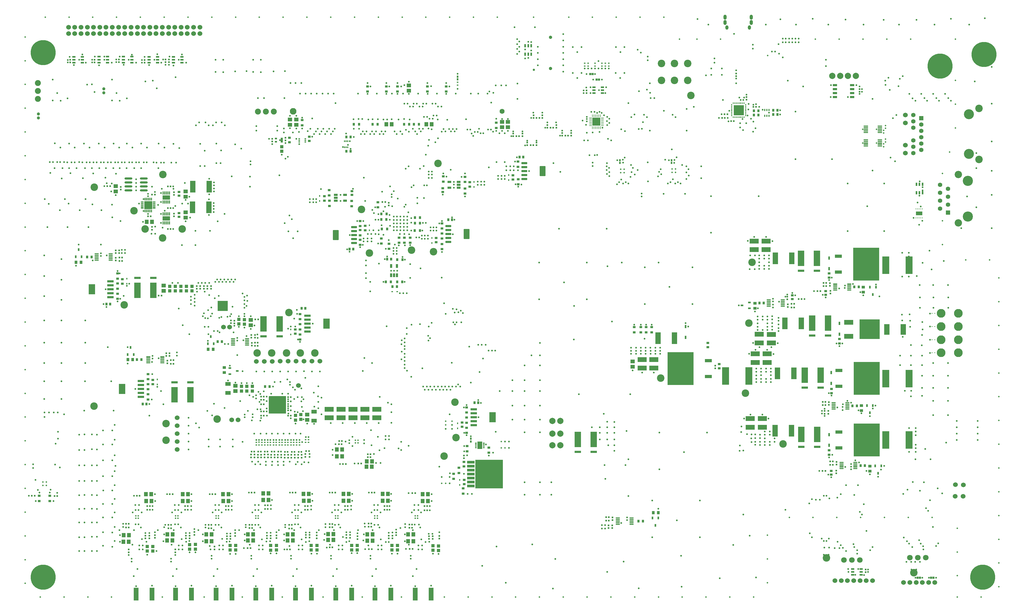
<source format=gbs>
G04*
G04 #@! TF.GenerationSoftware,Altium Limited,Altium Designer,20.0.13 (296)*
G04*
G04 Layer_Color=16711935*
%FSLAX25Y25*%
%MOIN*%
G70*
G01*
G75*
%ADD35R,0.03150X0.03740*%
%ADD37R,0.03937X0.04134*%
%ADD43R,0.02441X0.02598*%
%ADD51R,0.02165X0.01772*%
%ADD53R,0.02362X0.01378*%
%ADD59R,0.02323X0.02441*%
%ADD74R,0.02441X0.02323*%
%ADD75R,0.02165X0.02362*%
%ADD76R,0.02362X0.02165*%
%ADD81R,0.03543X0.02756*%
%ADD85R,0.03740X0.03150*%
%ADD88R,0.03740X0.02362*%
%ADD89R,0.02953X0.03543*%
%ADD98R,0.05512X0.04528*%
%ADD101R,0.03543X0.02953*%
%ADD105R,0.03937X0.03543*%
%ADD108R,0.06000X0.16000*%
%ADD109R,0.02756X0.03543*%
%ADD113R,0.04528X0.05512*%
%ADD115R,0.03543X0.03937*%
%ADD116R,0.02362X0.03740*%
%ADD164C,0.09449*%
%ADD165C,0.07480*%
%ADD166C,0.04252*%
%ADD167C,0.03937*%
%ADD168C,0.06000*%
%ADD169C,0.05512*%
%ADD170C,0.31496*%
%ADD171C,0.07874*%
%ADD172R,0.05512X0.05512*%
%ADD173C,0.06024*%
%ADD174C,0.12598*%
%ADD175C,0.07087*%
%ADD176O,0.03937X0.06299*%
%ADD177O,0.03937X0.05512*%
%ADD178C,0.06300*%
%ADD179C,0.08300*%
%ADD180C,0.05504*%
%ADD181C,0.02000*%
%ADD182C,0.09272*%
%ADD183R,0.05504X0.05504*%
%ADD184C,0.12795*%
%ADD185C,0.11000*%
%ADD186C,0.02165*%
%ADD187C,0.01900*%
%ADD188C,0.02756*%
%ADD189C,0.01968*%
%ADD203R,0.08268X0.19488*%
%ADD204R,0.08268X0.03150*%
%ADD207R,0.32677X0.41732*%
%ADD208R,0.08661X0.04134*%
%ADD209R,0.11811X0.06496*%
%ADD210R,0.09055X0.22047*%
%ADD211R,0.02365X0.04375*%
%ADD212R,0.08465X0.04961*%
%ADD213R,0.00984X0.01575*%
%ADD214R,0.01417X0.00984*%
%ADD215R,0.09252X0.03543*%
%ADD216R,0.35039X0.36417*%
%ADD217R,0.09843X0.09843*%
%ADD218O,0.03740X0.00984*%
%ADD219O,0.00984X0.03740*%
%ADD220R,0.12598X0.12598*%
%ADD221R,0.01181X0.01772*%
%ADD222R,0.01772X0.01181*%
%ADD223R,0.02559X0.02953*%
%ADD224R,0.05709X0.02559*%
%ADD225R,0.06890X0.14567*%
%ADD226R,0.03937X0.01968*%
G04:AMPARAMS|DCode=227|XSize=11.81mil|YSize=53.15mil|CornerRadius=1.95mil|HoleSize=0mil|Usage=FLASHONLY|Rotation=270.000|XOffset=0mil|YOffset=0mil|HoleType=Round|Shape=RoundedRectangle|*
%AMROUNDEDRECTD227*
21,1,0.01181,0.04925,0,0,270.0*
21,1,0.00791,0.05315,0,0,270.0*
1,1,0.00390,-0.02463,-0.00396*
1,1,0.00390,-0.02463,0.00396*
1,1,0.00390,0.02463,0.00396*
1,1,0.00390,0.02463,-0.00396*
%
%ADD227ROUNDEDRECTD227*%
%ADD228R,0.01968X0.03937*%
%ADD229R,0.01378X0.02362*%
G04:AMPARAMS|DCode=230|XSize=25.59mil|YSize=47.24mil|CornerRadius=1.92mil|HoleSize=0mil|Usage=FLASHONLY|Rotation=270.000|XOffset=0mil|YOffset=0mil|HoleType=Round|Shape=RoundedRectangle|*
%AMROUNDEDRECTD230*
21,1,0.02559,0.04341,0,0,270.0*
21,1,0.02175,0.04724,0,0,270.0*
1,1,0.00384,-0.02170,-0.01088*
1,1,0.00384,-0.02170,0.01088*
1,1,0.00384,0.02170,0.01088*
1,1,0.00384,0.02170,-0.01088*
%
%ADD230ROUNDEDRECTD230*%
G04:AMPARAMS|DCode=231|XSize=124.02mil|YSize=70.87mil|CornerRadius=2.13mil|HoleSize=0mil|Usage=FLASHONLY|Rotation=90.000|XOffset=0mil|YOffset=0mil|HoleType=Round|Shape=RoundedRectangle|*
%AMROUNDEDRECTD231*
21,1,0.12402,0.06661,0,0,90.0*
21,1,0.11976,0.07087,0,0,90.0*
1,1,0.00425,0.03331,0.05988*
1,1,0.00425,0.03331,-0.05988*
1,1,0.00425,-0.03331,-0.05988*
1,1,0.00425,-0.03331,0.05988*
%
%ADD231ROUNDEDRECTD231*%
G04:AMPARAMS|DCode=232|XSize=23.62mil|YSize=70.87mil|CornerRadius=2.01mil|HoleSize=0mil|Usage=FLASHONLY|Rotation=90.000|XOffset=0mil|YOffset=0mil|HoleType=Round|Shape=RoundedRectangle|*
%AMROUNDEDRECTD232*
21,1,0.02362,0.06685,0,0,90.0*
21,1,0.01961,0.07087,0,0,90.0*
1,1,0.00402,0.03343,0.00980*
1,1,0.00402,0.03343,-0.00980*
1,1,0.00402,-0.03343,-0.00980*
1,1,0.00402,-0.03343,0.00980*
%
%ADD232ROUNDEDRECTD232*%
%ADD233R,0.01575X0.02165*%
G04:AMPARAMS|DCode=234|XSize=23.62mil|YSize=82.68mil|CornerRadius=2.01mil|HoleSize=0mil|Usage=FLASHONLY|Rotation=90.000|XOffset=0mil|YOffset=0mil|HoleType=Round|Shape=RoundedRectangle|*
%AMROUNDEDRECTD234*
21,1,0.02362,0.07866,0,0,90.0*
21,1,0.01961,0.08268,0,0,90.0*
1,1,0.00402,0.03933,0.00980*
1,1,0.00402,0.03933,-0.00980*
1,1,0.00402,-0.03933,-0.00980*
1,1,0.00402,-0.03933,0.00980*
%
%ADD234ROUNDEDRECTD234*%
G04:AMPARAMS|DCode=235|XSize=125.98mil|YSize=82.68mil|CornerRadius=2.07mil|HoleSize=0mil|Usage=FLASHONLY|Rotation=90.000|XOffset=0mil|YOffset=0mil|HoleType=Round|Shape=RoundedRectangle|*
%AMROUNDEDRECTD235*
21,1,0.12598,0.07854,0,0,90.0*
21,1,0.12185,0.08268,0,0,90.0*
1,1,0.00413,0.03927,0.06093*
1,1,0.00413,0.03927,-0.06093*
1,1,0.00413,-0.03927,-0.06093*
1,1,0.00413,-0.03927,0.06093*
%
%ADD235ROUNDEDRECTD235*%
%ADD236R,0.06378X0.09370*%
%ADD237R,0.02165X0.01378*%
%ADD238R,0.03937X0.04331*%
%ADD239R,0.02165X0.01575*%
%ADD240R,0.01772X0.02953*%
%ADD241O,0.09843X0.02756*%
%ADD242R,0.01181X0.03562*%
%ADD243R,0.03562X0.01181*%
%ADD244R,0.10236X0.10236*%
%ADD245R,0.09370X0.05827*%
%ADD246R,0.01378X0.03937*%
%ADD247R,0.11417X0.05906*%
%ADD248R,0.25591X0.24803*%
%ADD249R,0.07008X0.13780*%
%ADD250R,0.08465X0.12598*%
%ADD251R,0.08465X0.02756*%
G04:AMPARAMS|DCode=252|XSize=25.59mil|YSize=47.24mil|CornerRadius=1.92mil|HoleSize=0mil|Usage=FLASHONLY|Rotation=0.000|XOffset=0mil|YOffset=0mil|HoleType=Round|Shape=RoundedRectangle|*
%AMROUNDEDRECTD252*
21,1,0.02559,0.04341,0,0,0.0*
21,1,0.02175,0.04724,0,0,0.0*
1,1,0.00384,0.01088,-0.02170*
1,1,0.00384,-0.01088,-0.02170*
1,1,0.00384,-0.01088,0.02170*
1,1,0.00384,0.01088,0.02170*
%
%ADD252ROUNDEDRECTD252*%
%ADD253R,0.06890X0.04528*%
%ADD254R,0.12894X0.12674*%
%ADD255O,0.05787X0.01654*%
%ADD256R,0.02677X0.01890*%
G36*
X333080Y357697D02*
X333122Y357655D01*
X333122Y335669D01*
X311431D01*
X311346Y357343D01*
X311699Y357697D01*
X333080Y357697D01*
D02*
G37*
D35*
X495323Y575761D02*
D03*
X501819Y575760D02*
D03*
X488106Y700382D02*
D03*
X481610D02*
D03*
X418508Y700410D02*
D03*
X425006D02*
D03*
X442012D02*
D03*
X448508D02*
D03*
X493985Y700382D02*
D03*
X500481D02*
D03*
X472903Y501861D02*
D03*
X479399D02*
D03*
X465096Y501839D02*
D03*
X458600D02*
D03*
X473186Y529816D02*
D03*
X479682D02*
D03*
X501559Y566480D02*
D03*
X495063Y566482D02*
D03*
X501819Y582704D02*
D03*
X495323D02*
D03*
X453050Y587356D02*
D03*
X459546D02*
D03*
X452881Y580368D02*
D03*
X459377D02*
D03*
X453738Y568463D02*
D03*
X460234D02*
D03*
D37*
X327677Y666327D02*
D03*
Y672233D02*
D03*
X214608Y496232D02*
D03*
Y490327D02*
D03*
X207718Y496232D02*
D03*
X207717Y490327D02*
D03*
X200825Y496232D02*
D03*
X200826Y490327D02*
D03*
X193722Y496232D02*
D03*
X193723Y490327D02*
D03*
X186832Y496232D02*
D03*
Y490327D02*
D03*
X273806Y448651D02*
D03*
X273807Y454556D02*
D03*
X280574Y448341D02*
D03*
X280572Y454247D02*
D03*
X276913Y370064D02*
D03*
X276913Y364159D02*
D03*
X290697Y370064D02*
D03*
X290693Y364159D02*
D03*
X283804Y370064D02*
D03*
X283803Y364159D02*
D03*
X345078Y327466D02*
D03*
X345075Y333370D02*
D03*
X351701Y328449D02*
D03*
X351699Y334354D02*
D03*
D43*
X549000Y760599D02*
D03*
Y757135D02*
D03*
X818321Y655219D02*
D03*
Y651755D02*
D03*
X753352Y655260D02*
D03*
Y651792D02*
D03*
X565772Y300607D02*
D03*
X565772Y304071D02*
D03*
D51*
X739361Y773900D02*
D03*
Y777443D02*
D03*
X735021Y773900D02*
D03*
Y777443D02*
D03*
X730709Y773900D02*
D03*
Y777443D02*
D03*
X722047Y773900D02*
D03*
Y777443D02*
D03*
X713462Y773900D02*
D03*
Y777443D02*
D03*
X709055Y773900D02*
D03*
Y777443D02*
D03*
X549000Y749968D02*
D03*
Y753512D02*
D03*
X361401Y302969D02*
D03*
Y299426D02*
D03*
X357840Y302969D02*
D03*
Y299426D02*
D03*
X349913Y299523D02*
D03*
Y295979D02*
D03*
X346527Y299523D02*
D03*
Y295979D02*
D03*
X320696Y299617D02*
D03*
X320696Y296074D02*
D03*
X317310Y299617D02*
D03*
X317310Y296074D02*
D03*
X310070Y299617D02*
D03*
Y296074D02*
D03*
X313456Y299617D02*
D03*
X313456Y296074D02*
D03*
X298975Y296105D02*
D03*
Y299649D02*
D03*
X295590Y296096D02*
D03*
Y299639D02*
D03*
X342672Y299523D02*
D03*
X342672Y295979D02*
D03*
X339286Y299523D02*
D03*
Y295979D02*
D03*
X335432Y299523D02*
D03*
X335432Y295979D02*
D03*
X332046Y299523D02*
D03*
X332046Y295979D02*
D03*
X324846Y299523D02*
D03*
X324846Y295979D02*
D03*
X328192Y299523D02*
D03*
X328192Y295979D02*
D03*
X306216Y299617D02*
D03*
X306216Y296074D02*
D03*
X302830Y299617D02*
D03*
X302830Y296074D02*
D03*
D53*
X357224Y682151D02*
D03*
Y680183D02*
D03*
Y678214D02*
D03*
X349744D02*
D03*
X349744Y680183D02*
D03*
Y682150D02*
D03*
D59*
X16537Y232017D02*
D03*
X12954Y232016D02*
D03*
X111598Y622409D02*
D03*
X108015D02*
D03*
X427663Y272844D02*
D03*
X424081Y272843D02*
D03*
X1005534Y490106D02*
D03*
X1001951D02*
D03*
X488828Y165114D02*
D03*
X492410D02*
D03*
X492076Y235578D02*
D03*
X495659D02*
D03*
X437464Y164788D02*
D03*
X441047D02*
D03*
X440910Y236161D02*
D03*
X444493D02*
D03*
X387900Y166998D02*
D03*
X391482D02*
D03*
X391388Y236161D02*
D03*
X394970D02*
D03*
X334449Y164523D02*
D03*
X338032D02*
D03*
X341346Y236161D02*
D03*
X344928D02*
D03*
X284640Y166034D02*
D03*
X288223D02*
D03*
X289833Y236161D02*
D03*
X293415D02*
D03*
X240430Y234059D02*
D03*
X244013D02*
D03*
X186680D02*
D03*
X190263D02*
D03*
X1008359Y263390D02*
D03*
X1011942Y263391D02*
D03*
X981941Y480059D02*
D03*
X978358Y480058D02*
D03*
X45181Y231729D02*
D03*
X41597D02*
D03*
X148842Y232061D02*
D03*
X145259Y232063D02*
D03*
X294465Y454515D02*
D03*
X298048D02*
D03*
X176318Y484617D02*
D03*
X172736D02*
D03*
X408224Y272240D02*
D03*
X404641Y272239D02*
D03*
X454436Y602578D02*
D03*
X458018D02*
D03*
D74*
X164492Y571007D02*
D03*
Y567424D02*
D03*
X525871Y181637D02*
D03*
Y178055D02*
D03*
X471854Y185947D02*
D03*
X471854Y182364D02*
D03*
X371804Y182181D02*
D03*
Y178599D02*
D03*
X423110Y181058D02*
D03*
X423112Y177475D02*
D03*
X320984Y182297D02*
D03*
X320984Y178714D02*
D03*
X269197Y185176D02*
D03*
X269197Y181593D02*
D03*
X217730Y182889D02*
D03*
X217728Y186472D02*
D03*
X167976Y182568D02*
D03*
X167975Y178985D02*
D03*
X242884Y164609D02*
D03*
Y168192D02*
D03*
X193630Y160898D02*
D03*
Y164480D02*
D03*
X135165D02*
D03*
Y160898D02*
D03*
X362665Y281134D02*
D03*
X362666Y284717D02*
D03*
X357531D02*
D03*
Y281134D02*
D03*
X348399Y283815D02*
D03*
Y280232D02*
D03*
X352571D02*
D03*
X352573Y283815D02*
D03*
X339850Y283837D02*
D03*
Y280254D02*
D03*
X331417Y283856D02*
D03*
X331417Y280273D02*
D03*
X322853Y283919D02*
D03*
X322853Y280336D02*
D03*
X314456Y283919D02*
D03*
Y280336D02*
D03*
X318631Y280336D02*
D03*
Y283919D02*
D03*
X306025Y284003D02*
D03*
Y280420D02*
D03*
X310199Y280420D02*
D03*
X310199Y284003D02*
D03*
X297614Y283958D02*
D03*
X297614Y280376D02*
D03*
X293369Y284207D02*
D03*
Y280624D02*
D03*
X289194Y280624D02*
D03*
Y284207D02*
D03*
X301789Y283958D02*
D03*
X301789Y280375D02*
D03*
X344024Y280254D02*
D03*
X344024Y283837D02*
D03*
X335591Y280273D02*
D03*
Y283855D02*
D03*
X327027Y280336D02*
D03*
X327027Y283919D02*
D03*
D75*
X655823Y711740D02*
D03*
Y708394D02*
D03*
X644563Y711740D02*
D03*
Y708394D02*
D03*
X673465Y699468D02*
D03*
Y696121D02*
D03*
X661891Y699495D02*
D03*
Y696148D02*
D03*
X680685Y689539D02*
D03*
Y686193D02*
D03*
X691896Y689539D02*
D03*
Y686193D02*
D03*
X619106Y688898D02*
D03*
Y685552D02*
D03*
X630680Y688898D02*
D03*
Y685552D02*
D03*
X636668Y677358D02*
D03*
Y674012D02*
D03*
X648243Y677358D02*
D03*
Y674012D02*
D03*
X61386Y781718D02*
D03*
Y778371D02*
D03*
X556876Y282724D02*
D03*
Y279378D02*
D03*
X517583Y177681D02*
D03*
Y181028D02*
D03*
X512972Y177681D02*
D03*
Y181028D02*
D03*
X466917Y178399D02*
D03*
X466917Y181746D02*
D03*
X462388Y178413D02*
D03*
X462390Y181759D02*
D03*
X408878Y179303D02*
D03*
X408878Y182650D02*
D03*
X413619Y179303D02*
D03*
Y182650D02*
D03*
X357890Y179351D02*
D03*
X357890Y182698D02*
D03*
X362631Y179321D02*
D03*
X362630Y182668D02*
D03*
X313687Y178547D02*
D03*
X313689Y181894D02*
D03*
X309025Y178547D02*
D03*
X309024Y181894D02*
D03*
X258583Y177685D02*
D03*
Y181032D02*
D03*
X263110Y177685D02*
D03*
Y181032D02*
D03*
X160929Y181878D02*
D03*
X160927Y178532D02*
D03*
X156185Y181878D02*
D03*
X156186Y178532D02*
D03*
X1062673Y139279D02*
D03*
Y135934D02*
D03*
X739064Y191419D02*
D03*
Y194765D02*
D03*
X743593Y191403D02*
D03*
Y194749D02*
D03*
X744105Y204656D02*
D03*
Y201310D02*
D03*
X206952Y178567D02*
D03*
X206953Y181913D02*
D03*
X211544Y178567D02*
D03*
X211543Y181913D02*
D03*
X912753Y731415D02*
D03*
Y734761D02*
D03*
X1055156Y744923D02*
D03*
Y741577D02*
D03*
X711213Y739894D02*
D03*
Y743240D02*
D03*
X899677Y764636D02*
D03*
X899678Y761289D02*
D03*
X125038Y621389D02*
D03*
Y618042D02*
D03*
X192161Y614760D02*
D03*
Y611413D02*
D03*
Y587666D02*
D03*
Y584320D02*
D03*
X462527Y601401D02*
D03*
Y598054D02*
D03*
X1011182Y335637D02*
D03*
Y338983D02*
D03*
X1015809Y335637D02*
D03*
Y338983D02*
D03*
X1016270Y350157D02*
D03*
Y346811D02*
D03*
X964165Y483032D02*
D03*
X964163Y479684D02*
D03*
X964754Y470276D02*
D03*
Y473622D02*
D03*
X1018228Y487195D02*
D03*
Y490541D02*
D03*
X1017589Y500118D02*
D03*
Y496772D02*
D03*
X1025767Y260549D02*
D03*
Y263896D02*
D03*
X1025931Y274923D02*
D03*
Y271577D02*
D03*
X332519Y683394D02*
D03*
Y680048D02*
D03*
X873474Y396289D02*
D03*
Y392943D02*
D03*
X315571Y682028D02*
D03*
Y678682D02*
D03*
X238785Y496588D02*
D03*
X238785Y493241D02*
D03*
X234178Y496588D02*
D03*
Y493241D02*
D03*
X229650Y496588D02*
D03*
Y493241D02*
D03*
X225121Y496588D02*
D03*
Y493241D02*
D03*
X220593Y496588D02*
D03*
Y493241D02*
D03*
X118659Y538169D02*
D03*
Y541516D02*
D03*
X123188Y538111D02*
D03*
Y541457D02*
D03*
X118659Y531990D02*
D03*
Y528644D02*
D03*
X263730Y449653D02*
D03*
X263729Y452999D02*
D03*
X267936Y449586D02*
D03*
Y452932D02*
D03*
X293953Y434667D02*
D03*
Y431321D02*
D03*
X290010Y424688D02*
D03*
Y421342D02*
D03*
X289424Y431321D02*
D03*
Y434667D02*
D03*
X183608Y402470D02*
D03*
Y399123D02*
D03*
X182520Y408601D02*
D03*
Y411947D02*
D03*
X186510Y408591D02*
D03*
Y411937D02*
D03*
X181238Y778693D02*
D03*
Y782039D02*
D03*
X185768Y778653D02*
D03*
Y782000D02*
D03*
X155036Y778004D02*
D03*
Y781350D02*
D03*
X122673Y778693D02*
D03*
Y782039D02*
D03*
X92107Y778323D02*
D03*
Y781669D02*
D03*
D76*
X644249Y674012D02*
D03*
X640903D02*
D03*
X626512Y685581D02*
D03*
X623165D02*
D03*
X651870Y708393D02*
D03*
X648524D02*
D03*
X669379Y696148D02*
D03*
X666032D02*
D03*
X687953Y686193D02*
D03*
X684607D02*
D03*
X126633Y528016D02*
D03*
Y532545D02*
D03*
X297428Y421057D02*
D03*
X297455Y425142D02*
D03*
X403181Y297228D02*
D03*
X399834D02*
D03*
X403254Y300995D02*
D03*
X399908D02*
D03*
X736096Y200681D02*
D03*
X735928Y205210D02*
D03*
X361876Y288603D02*
D03*
X358530D02*
D03*
X352240Y287575D02*
D03*
X348893D02*
D03*
X343591Y287600D02*
D03*
X340245Y287600D02*
D03*
X335138Y287616D02*
D03*
X331792D02*
D03*
X326707Y287680D02*
D03*
X323361Y287680D02*
D03*
X318299Y287680D02*
D03*
X314952D02*
D03*
X309863Y287764D02*
D03*
X306517D02*
D03*
X301396Y287719D02*
D03*
X298049Y287719D02*
D03*
X289790Y287968D02*
D03*
X293136Y287968D02*
D03*
X510693Y219028D02*
D03*
X507346D02*
D03*
X488328Y195771D02*
D03*
X491674D02*
D03*
X510693Y213898D02*
D03*
X507346D02*
D03*
X488279Y191957D02*
D03*
X491625D02*
D03*
X436998Y197205D02*
D03*
X440345Y197204D02*
D03*
X460272Y218976D02*
D03*
X456925D02*
D03*
X460272Y214370D02*
D03*
X456925D02*
D03*
X436960Y193252D02*
D03*
X440306Y193251D02*
D03*
X388064Y196351D02*
D03*
X391410D02*
D03*
X410630Y219098D02*
D03*
X407283D02*
D03*
X387971Y192472D02*
D03*
X391318Y192471D02*
D03*
X410630Y214398D02*
D03*
X407283D02*
D03*
X360319Y219098D02*
D03*
X356972D02*
D03*
X337024Y195339D02*
D03*
X340370D02*
D03*
X360319Y214571D02*
D03*
X356972D02*
D03*
X337024Y190681D02*
D03*
X340370D02*
D03*
X310000Y220272D02*
D03*
X306653D02*
D03*
X287171Y191485D02*
D03*
X290517D02*
D03*
X287079Y195551D02*
D03*
X290425D02*
D03*
X310000Y215634D02*
D03*
X306653D02*
D03*
X235689Y191012D02*
D03*
X239035D02*
D03*
X235689Y195551D02*
D03*
X239035D02*
D03*
X260575Y214535D02*
D03*
X257228D02*
D03*
X260575Y219063D02*
D03*
X257228D02*
D03*
X131795Y196661D02*
D03*
X135142D02*
D03*
X131843Y192133D02*
D03*
X135189D02*
D03*
X161681Y219063D02*
D03*
X158335D02*
D03*
X161681Y214535D02*
D03*
X158335D02*
D03*
X439347Y284634D02*
D03*
X436000D02*
D03*
X439237Y280972D02*
D03*
X435890D02*
D03*
X739443Y200681D02*
D03*
X739274Y205210D02*
D03*
X185022Y191055D02*
D03*
X188369D02*
D03*
X209503Y214535D02*
D03*
X206157D02*
D03*
X209503Y219063D02*
D03*
X206157D02*
D03*
X185022Y195583D02*
D03*
X188369D02*
D03*
X921353Y722504D02*
D03*
X924699D02*
D03*
X885192Y713112D02*
D03*
X888539D02*
D03*
X885443Y708583D02*
D03*
X882097Y708583D02*
D03*
X893266Y704437D02*
D03*
X896613Y704438D02*
D03*
X184322Y594941D02*
D03*
X187668D02*
D03*
X184291Y568356D02*
D03*
X187637Y568358D02*
D03*
X184322Y622194D02*
D03*
X187668Y622193D02*
D03*
X969344Y469622D02*
D03*
X972691D02*
D03*
X1013110Y500581D02*
D03*
X1009764D02*
D03*
X1021304Y275529D02*
D03*
X1017957D02*
D03*
X969344Y474150D02*
D03*
X972691D02*
D03*
X1013110Y496585D02*
D03*
X1009764D02*
D03*
X1021304Y271000D02*
D03*
X1017957D02*
D03*
X294082Y421057D02*
D03*
X294109Y425142D02*
D03*
X123286Y528016D02*
D03*
Y532545D02*
D03*
X191472Y398449D02*
D03*
X188125D02*
D03*
X191512Y402983D02*
D03*
X188165D02*
D03*
X1008604Y350546D02*
D03*
X1011950D02*
D03*
X1008593Y346624D02*
D03*
X1011940D02*
D03*
X164521Y611655D02*
D03*
X167866D02*
D03*
X162831Y584347D02*
D03*
X159485D02*
D03*
X301787Y357038D02*
D03*
X305134Y357039D02*
D03*
X301548Y333293D02*
D03*
X304894Y333293D02*
D03*
X301579Y338606D02*
D03*
X304926Y338606D02*
D03*
X301711Y347614D02*
D03*
X305057Y347612D02*
D03*
X301787Y353131D02*
D03*
X305134Y353133D02*
D03*
X339102Y350994D02*
D03*
X335756Y350996D02*
D03*
X339102Y356345D02*
D03*
X335756Y356347D02*
D03*
X339024Y333034D02*
D03*
X335678Y333035D02*
D03*
X339055Y339776D02*
D03*
X335709Y339776D02*
D03*
X339055Y345043D02*
D03*
X335710Y345043D02*
D03*
D81*
X564235Y621909D02*
D03*
Y627421D02*
D03*
X127119Y505026D02*
D03*
Y499514D02*
D03*
X381306Y604268D02*
D03*
Y609780D02*
D03*
X1029624Y424193D02*
D03*
Y429703D02*
D03*
X362278Y684838D02*
D03*
X362279Y679325D02*
D03*
X556938Y269239D02*
D03*
Y274751D02*
D03*
X557230Y246693D02*
D03*
Y252205D02*
D03*
X618715Y636271D02*
D03*
Y630759D02*
D03*
X863997Y424912D02*
D03*
X863997Y419400D02*
D03*
X1016732Y507087D02*
D03*
Y512598D02*
D03*
X1019685Y361417D02*
D03*
X1019685Y366929D02*
D03*
X1016658Y283886D02*
D03*
X1016658Y289397D02*
D03*
X165445Y372676D02*
D03*
Y378188D02*
D03*
X554622Y324586D02*
D03*
Y319074D02*
D03*
X344590Y441867D02*
D03*
X344589Y436355D02*
D03*
X521887Y557172D02*
D03*
Y551660D02*
D03*
X878415Y398179D02*
D03*
Y392667D02*
D03*
X337241Y677801D02*
D03*
Y683313D02*
D03*
X432670Y566813D02*
D03*
Y572324D02*
D03*
D85*
X625079Y653461D02*
D03*
X625079Y646963D02*
D03*
X597723Y702437D02*
D03*
Y695941D02*
D03*
X353221Y705762D02*
D03*
Y699266D02*
D03*
X35695Y231976D02*
D03*
Y225480D02*
D03*
X22439Y231976D02*
D03*
Y225482D02*
D03*
X459221Y741760D02*
D03*
Y748256D02*
D03*
X771459Y444754D02*
D03*
Y438258D02*
D03*
X448812Y602241D02*
D03*
Y595744D02*
D03*
X561131Y288248D02*
D03*
X561132Y294743D02*
D03*
X550835Y260893D02*
D03*
Y267389D02*
D03*
X543944Y259973D02*
D03*
Y253477D02*
D03*
X556189Y234815D02*
D03*
Y241311D02*
D03*
X159373Y360017D02*
D03*
Y353521D02*
D03*
X120999Y486847D02*
D03*
Y480350D02*
D03*
X588370Y292956D02*
D03*
Y286461D02*
D03*
X625278Y631206D02*
D03*
X625280Y624709D02*
D03*
X534850Y748256D02*
D03*
Y741760D02*
D03*
X435598Y748256D02*
D03*
Y741760D02*
D03*
X793373Y444752D02*
D03*
Y438256D02*
D03*
X786482Y444752D02*
D03*
Y438256D02*
D03*
X473390Y748256D02*
D03*
Y741760D02*
D03*
X779591Y444752D02*
D03*
Y438256D02*
D03*
X511193Y748257D02*
D03*
X511194Y741760D02*
D03*
X426290Y554927D02*
D03*
Y548431D02*
D03*
X529436Y569120D02*
D03*
Y575616D02*
D03*
X350693Y441938D02*
D03*
Y448434D02*
D03*
X120999Y499644D02*
D03*
Y493148D02*
D03*
X159248Y372814D02*
D03*
Y366318D02*
D03*
X560521Y324213D02*
D03*
Y330709D02*
D03*
X159313Y379114D02*
D03*
Y385610D02*
D03*
X560521Y337009D02*
D03*
X560520Y343505D02*
D03*
X560521Y317913D02*
D03*
X560520Y311417D02*
D03*
X558405Y634244D02*
D03*
Y627750D02*
D03*
X558405Y619522D02*
D03*
Y613026D02*
D03*
X387587Y604016D02*
D03*
Y597520D02*
D03*
X387410Y610827D02*
D03*
Y617323D02*
D03*
X350809Y454735D02*
D03*
Y461231D02*
D03*
X350693Y435638D02*
D03*
Y429142D02*
D03*
X426415Y567134D02*
D03*
Y560638D02*
D03*
X529388Y556323D02*
D03*
Y562819D02*
D03*
X426524Y572132D02*
D03*
Y578626D02*
D03*
X529437Y549557D02*
D03*
Y543061D02*
D03*
X120999Y505944D02*
D03*
Y512440D02*
D03*
X531008Y634721D02*
D03*
X531008Y628225D02*
D03*
X415544Y603779D02*
D03*
Y597283D02*
D03*
X453053Y550123D02*
D03*
X453051Y556619D02*
D03*
X489248Y551090D02*
D03*
Y557587D02*
D03*
X482125Y551090D02*
D03*
Y557587D02*
D03*
X462590Y543472D02*
D03*
X462590Y549968D02*
D03*
X475234Y551099D02*
D03*
Y557595D02*
D03*
D88*
X907196Y472177D02*
D03*
X916448Y468437D02*
D03*
Y475918D02*
D03*
X271568Y389377D02*
D03*
X262315Y393117D02*
D03*
X262316Y385637D02*
D03*
D89*
X575044Y349361D02*
D03*
X570320D02*
D03*
X106880Y473906D02*
D03*
X111605D02*
D03*
X352688Y468631D02*
D03*
X357412Y468629D02*
D03*
X157442Y347893D02*
D03*
X152717D02*
D03*
X627075Y659142D02*
D03*
X631799D02*
D03*
X417745Y542996D02*
D03*
X413021D02*
D03*
X537410Y580005D02*
D03*
X542134D02*
D03*
X460500Y530407D02*
D03*
X465226D02*
D03*
D98*
X604911Y703594D02*
D03*
Y696902D02*
D03*
X612453Y703594D02*
D03*
Y696902D02*
D03*
X345972Y706575D02*
D03*
Y699882D02*
D03*
X337993Y706575D02*
D03*
Y699882D02*
D03*
X487563Y742838D02*
D03*
Y749532D02*
D03*
X769412Y394901D02*
D03*
X769413Y401594D02*
D03*
X118646Y615717D02*
D03*
X118645Y622409D02*
D03*
X206729Y609276D02*
D03*
Y615967D02*
D03*
X206728Y582835D02*
D03*
X206729Y589528D02*
D03*
X179155Y497031D02*
D03*
X179154Y490338D02*
D03*
X288630Y447181D02*
D03*
X288629Y453873D02*
D03*
X269211Y370742D02*
D03*
X269213Y364049D02*
D03*
X359591Y327803D02*
D03*
Y334496D02*
D03*
D101*
X198461Y610347D02*
D03*
Y615071D02*
D03*
Y583914D02*
D03*
Y588639D02*
D03*
X970358Y484842D02*
D03*
X970360Y480122D02*
D03*
X1012390Y485425D02*
D03*
Y490146D02*
D03*
X1019362Y258760D02*
D03*
Y263484D02*
D03*
X530244Y615116D02*
D03*
Y619840D02*
D03*
X416132Y616083D02*
D03*
Y611358D02*
D03*
D105*
X923240Y468516D02*
D03*
Y474815D02*
D03*
X1067982Y263281D02*
D03*
X1067983Y269580D02*
D03*
X1059614Y488787D02*
D03*
X1059614Y495086D02*
D03*
X1057309Y345853D02*
D03*
Y339554D02*
D03*
X255524Y393687D02*
D03*
Y387387D02*
D03*
D108*
X495652Y108268D02*
D03*
X515652D02*
D03*
X445034D02*
D03*
X465034D02*
D03*
X395564D02*
D03*
X415564D02*
D03*
X345178D02*
D03*
X365178D02*
D03*
X295166D02*
D03*
X315166D02*
D03*
X245134D02*
D03*
X265135D02*
D03*
X194193D02*
D03*
X214193D02*
D03*
X144363D02*
D03*
X164363D02*
D03*
D109*
X246878Y426530D02*
D03*
X252390D02*
D03*
X928949Y475051D02*
D03*
X934460D02*
D03*
X946290Y717984D02*
D03*
X951801Y717984D02*
D03*
X472628Y495645D02*
D03*
X467116D02*
D03*
X776777Y200130D02*
D03*
X782289D02*
D03*
X946290Y712668D02*
D03*
X951801Y712668D02*
D03*
X922035Y717570D02*
D03*
X927547D02*
D03*
X927547Y712058D02*
D03*
X922035D02*
D03*
X1051674Y345397D02*
D03*
X1046162D02*
D03*
X1053905Y495422D02*
D03*
X1048393D02*
D03*
X1061760Y270163D02*
D03*
X1056248D02*
D03*
X408866Y666410D02*
D03*
X414378D02*
D03*
X408866Y684383D02*
D03*
X414378Y684382D02*
D03*
X306826Y369886D02*
D03*
X312338D02*
D03*
X82797Y533067D02*
D03*
X88309D02*
D03*
X145355Y403784D02*
D03*
X150867D02*
D03*
D113*
X434488Y268878D02*
D03*
X441181D02*
D03*
X434604Y275354D02*
D03*
X441297D02*
D03*
X403559Y281840D02*
D03*
X396866D02*
D03*
X403559Y290518D02*
D03*
X396866D02*
D03*
X511661Y233988D02*
D03*
X504968D02*
D03*
X511661Y225524D02*
D03*
X504968D02*
D03*
X486657Y183417D02*
D03*
X493350D02*
D03*
X486657Y174937D02*
D03*
X493350D02*
D03*
X461390Y225850D02*
D03*
X454697D02*
D03*
X435280Y183429D02*
D03*
X441972D02*
D03*
X435502Y175386D02*
D03*
X442195Y175385D02*
D03*
X461390Y234315D02*
D03*
X454697D02*
D03*
X385961Y176347D02*
D03*
X392653Y176347D02*
D03*
X412028Y225972D02*
D03*
X405335D02*
D03*
X412028Y234437D02*
D03*
X405335D02*
D03*
X385961Y183736D02*
D03*
X392653D02*
D03*
X334972Y175776D02*
D03*
X341665D02*
D03*
X361858Y234437D02*
D03*
X355165D02*
D03*
X334980Y183492D02*
D03*
X341673D02*
D03*
X362075Y225972D02*
D03*
X355382D02*
D03*
X311074Y226827D02*
D03*
X304381D02*
D03*
X311074Y235295D02*
D03*
X304381D02*
D03*
X285130Y183496D02*
D03*
X291823D02*
D03*
X285130Y175779D02*
D03*
X291823Y175778D02*
D03*
X232720Y183346D02*
D03*
X239413D02*
D03*
X260547Y234028D02*
D03*
X253854D02*
D03*
X232720Y174882D02*
D03*
X239413D02*
D03*
X260673Y225563D02*
D03*
X253980D02*
D03*
X128472Y174134D02*
D03*
X135165D02*
D03*
X128557Y182602D02*
D03*
X135249Y182601D02*
D03*
X163610Y225563D02*
D03*
X156917D02*
D03*
X163488Y234028D02*
D03*
X156795D02*
D03*
X209646D02*
D03*
X202953D02*
D03*
X183543Y183346D02*
D03*
X190236D02*
D03*
X209646Y225563D02*
D03*
X202953D02*
D03*
X183330Y175932D02*
D03*
X190023D02*
D03*
X466110Y700410D02*
D03*
X459417D02*
D03*
X516232Y700622D02*
D03*
X509540D02*
D03*
X157800Y577630D02*
D03*
X164492D02*
D03*
D115*
X795387Y210964D02*
D03*
X801687D02*
D03*
X68673Y526589D02*
D03*
X74974D02*
D03*
X235142Y416890D02*
D03*
X241441D02*
D03*
X133878Y403666D02*
D03*
X140177D02*
D03*
D116*
X1071817Y485819D02*
D03*
X1075547Y495071D02*
D03*
X1068077D02*
D03*
X794217Y204159D02*
D03*
X801697D02*
D03*
X797957Y194907D02*
D03*
X1074728Y269682D02*
D03*
X1082210Y269681D02*
D03*
X1078470Y260430D02*
D03*
X1068002Y336684D02*
D03*
X1071742Y345936D02*
D03*
X1064262D02*
D03*
X72067Y542633D02*
D03*
X68328Y533381D02*
D03*
X75808D02*
D03*
X238289Y432935D02*
D03*
X234549Y423683D02*
D03*
X242029D02*
D03*
X137520Y419253D02*
D03*
X133779Y410001D02*
D03*
X141260D02*
D03*
D164*
X838704Y755771D02*
D03*
X822094Y755772D02*
D03*
X805591D02*
D03*
X842830Y736646D02*
D03*
X838704Y777007D02*
D03*
X822094D02*
D03*
X805591D02*
D03*
X91360Y345079D02*
D03*
X178142Y637269D02*
D03*
X141682Y591366D02*
D03*
X202221Y568358D02*
D03*
X177790Y557027D02*
D03*
X182149Y323063D02*
D03*
X91665Y621253D02*
D03*
X545560Y350029D02*
D03*
X546943Y305318D02*
D03*
X532147Y282295D02*
D03*
X804682Y380464D02*
D03*
X919713Y526475D02*
D03*
X336538Y463083D02*
D03*
X129467Y472724D02*
D03*
X1123343Y135092D02*
D03*
X1013212Y153809D02*
D03*
X155838Y568536D02*
D03*
X369245Y412068D02*
D03*
X246280Y328848D02*
D03*
X351096Y412067D02*
D03*
X333586D02*
D03*
X314889D02*
D03*
X296758D02*
D03*
X524242Y651005D02*
D03*
X518821Y539966D02*
D03*
X491197Y541863D02*
D03*
X437945Y538061D02*
D03*
X428190Y593297D02*
D03*
X915836Y449698D02*
D03*
X182105Y301981D02*
D03*
X958787Y297583D02*
D03*
X911238Y361504D02*
D03*
X1205202Y656015D02*
D03*
Y720385D02*
D03*
D165*
X20669Y732347D02*
D03*
Y742347D02*
D03*
Y752347D02*
D03*
X297805Y716512D02*
D03*
X307803D02*
D03*
X317803D02*
D03*
D166*
X665932Y810115D02*
D03*
Y770745D02*
D03*
D167*
X103832Y745282D02*
D03*
Y740282D02*
D03*
X21503Y708467D02*
D03*
Y713467D02*
D03*
D168*
X153744Y814961D02*
D03*
X67130D02*
D03*
X59256D02*
D03*
X254256Y444882D02*
D03*
X262035D02*
D03*
X1175798Y246044D02*
D03*
X1175357Y231440D02*
D03*
X1185200D02*
D03*
X1185641Y245822D02*
D03*
X1031980Y125091D02*
D03*
X1039854D02*
D03*
X1047728D02*
D03*
X1055602D02*
D03*
X1063476D02*
D03*
X1071350D02*
D03*
X1024106D02*
D03*
X1149842Y122716D02*
D03*
X1141969D02*
D03*
X1134095D02*
D03*
X1126221D02*
D03*
X1118347D02*
D03*
X1110472D02*
D03*
X196010Y300608D02*
D03*
Y310608D02*
D03*
X335591Y401718D02*
D03*
X325590D02*
D03*
X365591D02*
D03*
X375590D02*
D03*
X196010Y290608D02*
D03*
Y320608D02*
D03*
Y330608D02*
D03*
X315591Y401577D02*
D03*
X305591D02*
D03*
X295591D02*
D03*
X355591Y401718D02*
D03*
X345590D02*
D03*
X348705Y370976D02*
D03*
X272588Y327869D02*
D03*
X264564D02*
D03*
X67130Y822835D02*
D03*
X75004Y814961D02*
D03*
X75004Y822835D02*
D03*
X82878Y814961D02*
D03*
X82878Y822835D02*
D03*
X90752Y814961D02*
D03*
X90752Y822835D02*
D03*
X98626Y814961D02*
D03*
X98626Y822835D02*
D03*
X106500Y814961D02*
D03*
X106500Y822835D02*
D03*
X114374Y814961D02*
D03*
X114374Y822835D02*
D03*
X122248Y814961D02*
D03*
Y822835D02*
D03*
X130122Y814961D02*
D03*
Y822835D02*
D03*
X137996Y814961D02*
D03*
Y822835D02*
D03*
X145870Y814961D02*
D03*
Y822835D02*
D03*
X153744D02*
D03*
X161618Y814961D02*
D03*
Y822835D02*
D03*
X169492Y814961D02*
D03*
Y822835D02*
D03*
X177366Y814961D02*
D03*
Y822835D02*
D03*
X185240Y814961D02*
D03*
Y822835D02*
D03*
X193114Y814961D02*
D03*
Y822835D02*
D03*
X200988Y814961D02*
D03*
Y822835D02*
D03*
X208862Y814961D02*
D03*
Y822835D02*
D03*
X59256D02*
D03*
X216736Y814961D02*
D03*
Y822835D02*
D03*
X224610Y814961D02*
D03*
Y822835D02*
D03*
D169*
X1122683Y696172D02*
D03*
Y704164D02*
D03*
X1132683Y700188D02*
D03*
Y692196D02*
D03*
X1122683Y680227D02*
D03*
X1132683Y668219D02*
D03*
Y676212D02*
D03*
Y684204D02*
D03*
X1122683Y664243D02*
D03*
Y712156D02*
D03*
Y672235D02*
D03*
D170*
X1156440Y773766D02*
D03*
X1209870Y129472D02*
D03*
X27372D02*
D03*
X27516Y790665D02*
D03*
X1211780Y788624D02*
D03*
D171*
X678324Y326588D02*
D03*
X668324D02*
D03*
X678248Y295909D02*
D03*
X668248D02*
D03*
X678236Y310559D02*
D03*
X668236D02*
D03*
X1050275Y761548D02*
D03*
X1040275D02*
D03*
X1030812Y761636D02*
D03*
X1020812D02*
D03*
D172*
X1132683Y708180D02*
D03*
D173*
X1112683Y664105D02*
D03*
Y712294D02*
D03*
Y674105D02*
D03*
Y702294D02*
D03*
D174*
X1192683Y663200D02*
D03*
Y713200D02*
D03*
D175*
X1138208Y153996D02*
D03*
X1128209D02*
D03*
X1118209D02*
D03*
X1055202Y151255D02*
D03*
X1045202D02*
D03*
X1035202D02*
D03*
D176*
X918720Y828740D02*
D03*
Y835433D02*
D03*
X885551D02*
D03*
Y828740D02*
D03*
D177*
X916358Y822441D02*
D03*
X888011D02*
D03*
D178*
X604897Y716962D02*
D03*
D179*
X341897D02*
D03*
D180*
X1156221Y594236D02*
D03*
Y604236D02*
D03*
X1166220Y619236D02*
D03*
Y609236D02*
D03*
Y599236D02*
D03*
X1156221Y624236D02*
D03*
Y614236D02*
D03*
D181*
X423613Y298888D02*
D03*
X420513D02*
D03*
X423613Y301988D02*
D03*
X420513D02*
D03*
X495556Y203690D02*
D03*
Y206790D02*
D03*
X498656Y203690D02*
D03*
Y206790D02*
D03*
X395324Y203690D02*
D03*
Y206790D02*
D03*
X398424Y203690D02*
D03*
Y206790D02*
D03*
X444804Y203690D02*
D03*
Y206790D02*
D03*
X447904Y203690D02*
D03*
Y206790D02*
D03*
X345017Y203690D02*
D03*
Y206790D02*
D03*
X348117Y203690D02*
D03*
Y206790D02*
D03*
X294926Y203690D02*
D03*
Y206790D02*
D03*
X298026Y203690D02*
D03*
Y206790D02*
D03*
X244911Y203690D02*
D03*
Y206790D02*
D03*
X248011Y203690D02*
D03*
Y206790D02*
D03*
X193966Y203690D02*
D03*
Y206790D02*
D03*
X197066Y203690D02*
D03*
Y206790D02*
D03*
X144091Y203690D02*
D03*
Y206790D02*
D03*
X147191Y203690D02*
D03*
Y206790D02*
D03*
X644761Y835457D02*
D03*
X828478Y807936D02*
D03*
X808701Y835457D02*
D03*
X778749D02*
D03*
X748796D02*
D03*
X718843D02*
D03*
X688890D02*
D03*
X599032D02*
D03*
X569079D02*
D03*
X539126D02*
D03*
X509174D02*
D03*
X479221D02*
D03*
X449268D02*
D03*
X419315D02*
D03*
X389363D02*
D03*
X359410D02*
D03*
X329457D02*
D03*
X299504D02*
D03*
X269552D02*
D03*
X239599D02*
D03*
X209646D02*
D03*
X179693D02*
D03*
X149741D02*
D03*
X119788D02*
D03*
X89835D02*
D03*
X59882D02*
D03*
X29930D02*
D03*
X4724Y810563D02*
D03*
Y780610D02*
D03*
Y750657D02*
D03*
Y720705D02*
D03*
Y690752D02*
D03*
Y660799D02*
D03*
Y630846D02*
D03*
Y600894D02*
D03*
Y570941D02*
D03*
Y540988D02*
D03*
Y511035D02*
D03*
Y481082D02*
D03*
Y451130D02*
D03*
Y421177D02*
D03*
Y391224D02*
D03*
Y361272D02*
D03*
Y331319D02*
D03*
Y301366D02*
D03*
Y271413D02*
D03*
Y241460D02*
D03*
Y211508D02*
D03*
Y181555D02*
D03*
Y151602D02*
D03*
Y121649D02*
D03*
X23665Y104331D02*
D03*
X53617D02*
D03*
X83570D02*
D03*
X113523D02*
D03*
X177461D02*
D03*
X229918D02*
D03*
X328213D02*
D03*
X379672D02*
D03*
X278129D02*
D03*
X428886D02*
D03*
X478217D02*
D03*
X532306D02*
D03*
X562259D02*
D03*
X592211D02*
D03*
X622164D02*
D03*
X652117D02*
D03*
X682070D02*
D03*
X712022D02*
D03*
X741975D02*
D03*
X771928D02*
D03*
X801881D02*
D03*
X831833D02*
D03*
X861786D02*
D03*
X891739D02*
D03*
X921692D02*
D03*
X938976Y122505D02*
D03*
Y152458D02*
D03*
Y182411D02*
D03*
X966544Y204724D02*
D03*
X996497D02*
D03*
X1026449D02*
D03*
X1056402D02*
D03*
X1086355D02*
D03*
X1116308D02*
D03*
X1146261D02*
D03*
X1177953Y191229D02*
D03*
Y161276D02*
D03*
Y131323D02*
D03*
X1178056Y104331D02*
D03*
X1208008D02*
D03*
X1230315Y117360D02*
D03*
Y147313D02*
D03*
Y177266D02*
D03*
Y207219D02*
D03*
Y237171D02*
D03*
Y267124D02*
D03*
Y297077D02*
D03*
Y327030D02*
D03*
Y356982D02*
D03*
Y386935D02*
D03*
Y416888D02*
D03*
Y446841D02*
D03*
Y476793D02*
D03*
Y506746D02*
D03*
X1218652Y529528D02*
D03*
X1188700D02*
D03*
X1159449Y548747D02*
D03*
Y578700D02*
D03*
Y638605D02*
D03*
X1168424Y665582D02*
D03*
X1175591Y695940D02*
D03*
Y725893D02*
D03*
Y755845D02*
D03*
Y807685D02*
D03*
X1119247D02*
D03*
X1089294D02*
D03*
X1059341D02*
D03*
X1029388D02*
D03*
X999436D02*
D03*
X939530Y787008D02*
D03*
X880122Y807685D02*
D03*
X850345D02*
D03*
D182*
X1179213Y637228D02*
D03*
Y576244D02*
D03*
D183*
X1166220Y589236D02*
D03*
D184*
X1191220Y629236D02*
D03*
Y584236D02*
D03*
D185*
X1157669Y412395D02*
D03*
Y428931D02*
D03*
Y445466D02*
D03*
Y462002D02*
D03*
X1179322Y462002D02*
D03*
Y445466D02*
D03*
Y428931D02*
D03*
Y412395D02*
D03*
D186*
X82590Y750522D02*
D03*
X649873Y774702D02*
D03*
X899625Y768533D02*
D03*
X899809Y752084D02*
D03*
X818567Y668675D02*
D03*
X899677Y758203D02*
D03*
X908780Y731102D02*
D03*
X905237D02*
D03*
X708313Y680154D02*
D03*
X713020D02*
D03*
X591496Y727715D02*
D03*
X292577Y188902D02*
D03*
X343229Y188776D02*
D03*
X623623Y658893D02*
D03*
X621415Y653340D02*
D03*
X565000Y693767D02*
D03*
X561375D02*
D03*
X648243Y679848D02*
D03*
X630680Y691456D02*
D03*
X636668Y679781D02*
D03*
X570750Y690945D02*
D03*
X724693Y661897D02*
D03*
X721741Y661559D02*
D03*
X715043D02*
D03*
X1134233Y617280D02*
D03*
X1134236Y621248D02*
D03*
X604911Y707279D02*
D03*
X597723Y707382D02*
D03*
X896881Y814507D02*
D03*
X1159184Y235061D02*
D03*
X1153355Y241493D02*
D03*
X577875Y688976D02*
D03*
X581500D02*
D03*
X587500Y693755D02*
D03*
X565535Y739292D02*
D03*
X680687Y692343D02*
D03*
X691896D02*
D03*
X681991Y766808D02*
D03*
Y774682D02*
D03*
X624401Y751912D02*
D03*
X731224Y696235D02*
D03*
X710758Y699786D02*
D03*
X711807Y704278D02*
D03*
X641758Y708394D02*
D03*
X538724Y748256D02*
D03*
X593878Y740256D02*
D03*
X603904Y749535D02*
D03*
X609875D02*
D03*
X574980Y739292D02*
D03*
X586791Y739045D02*
D03*
X624058Y807709D02*
D03*
X637882Y784284D02*
D03*
X673050Y702945D02*
D03*
X678127Y686226D02*
D03*
X612453Y707279D02*
D03*
X509047Y661995D02*
D03*
X727763Y690675D02*
D03*
X540732Y691374D02*
D03*
X533646D02*
D03*
X521098Y677939D02*
D03*
X529117Y691250D02*
D03*
X655823Y715216D02*
D03*
X644249Y715148D02*
D03*
X624401Y732310D02*
D03*
X659400Y696148D02*
D03*
X616615Y685552D02*
D03*
X706298Y705183D02*
D03*
X634178Y673944D02*
D03*
X619106Y691456D02*
D03*
X661892Y702877D02*
D03*
X738338Y682011D02*
D03*
X763985Y727268D02*
D03*
X324737Y636197D02*
D03*
X489248Y548086D02*
D03*
X430475Y175857D02*
D03*
X219749Y323445D02*
D03*
X213386Y473802D02*
D03*
Y483091D02*
D03*
Y478950D02*
D03*
X327677Y662105D02*
D03*
X311732Y682085D02*
D03*
X291612Y766377D02*
D03*
Y781952D02*
D03*
X301352Y781922D02*
D03*
Y766276D02*
D03*
X254165D02*
D03*
X442110Y188890D02*
D03*
X393213Y188850D02*
D03*
X490958Y621145D02*
D03*
X344966Y752425D02*
D03*
X352396D02*
D03*
X338620D02*
D03*
X345950Y682171D02*
D03*
X349744Y675479D02*
D03*
X139172Y788175D02*
D03*
X160648Y774979D02*
D03*
X154913Y785634D02*
D03*
X170205Y745736D02*
D03*
X144466Y778172D02*
D03*
X482019Y726575D02*
D03*
X486054D02*
D03*
X128608Y775440D02*
D03*
X500886Y722953D02*
D03*
X504921D02*
D03*
X191369Y774559D02*
D03*
X207303Y778256D02*
D03*
X97615Y774803D02*
D03*
X92327Y785653D02*
D03*
X506843Y709842D02*
D03*
X510772D02*
D03*
X202113Y788374D02*
D03*
X186463Y785738D02*
D03*
X176043Y778138D02*
D03*
X171054Y788835D02*
D03*
X123626Y785653D02*
D03*
X113801Y778161D02*
D03*
X104294Y785641D02*
D03*
X81190Y778146D02*
D03*
X76560Y788374D02*
D03*
X60783Y785626D02*
D03*
X65982Y775252D02*
D03*
X574375Y690945D02*
D03*
X591125Y693755D02*
D03*
X194043Y759779D02*
D03*
X165274Y755582D02*
D03*
X156196Y754468D02*
D03*
X123836Y730002D02*
D03*
X132588Y733287D02*
D03*
X119753Y739683D02*
D03*
X113928Y756729D02*
D03*
X113893Y730637D02*
D03*
X88717Y750801D02*
D03*
X91994Y741068D02*
D03*
X58031Y733286D02*
D03*
X49279Y730000D02*
D03*
X45194Y739681D02*
D03*
X39335Y730636D02*
D03*
X39369Y756728D02*
D03*
X295510Y354712D02*
D03*
X275492Y351544D02*
D03*
X287106Y358889D02*
D03*
X255556Y342897D02*
D03*
X242282Y348125D02*
D03*
X284998Y339009D02*
D03*
X295492Y358818D02*
D03*
X107458Y626242D02*
D03*
X104285Y622464D02*
D03*
X297370Y431106D02*
D03*
X260234Y423494D02*
D03*
X255866D02*
D03*
X267171Y438260D02*
D03*
X249487D02*
D03*
X242338Y439649D02*
D03*
X247078Y439694D02*
D03*
X251842Y457321D02*
D03*
X267885Y446416D02*
D03*
X259223Y457819D02*
D03*
X341788Y368702D02*
D03*
X344500Y365800D02*
D03*
X495652Y118297D02*
D03*
X515652Y118697D02*
D03*
X445034Y118297D02*
D03*
X465034Y118697D02*
D03*
X395564Y118297D02*
D03*
X415564Y118697D02*
D03*
X345178Y118297D02*
D03*
X365178Y118697D02*
D03*
X295166Y118297D02*
D03*
X315166Y118697D02*
D03*
X245134Y118297D02*
D03*
X265135Y118697D02*
D03*
X194193Y118297D02*
D03*
X214193Y118697D02*
D03*
X335590Y442722D02*
D03*
X339013Y445492D02*
D03*
X283521Y433340D02*
D03*
X334862Y378827D02*
D03*
X350693Y426206D02*
D03*
X240167Y333518D02*
D03*
X353227Y708910D02*
D03*
X345972Y711008D02*
D03*
X337992D02*
D03*
X366011Y684957D02*
D03*
X408136Y300468D02*
D03*
X141304Y130707D02*
D03*
X145963Y139921D02*
D03*
X190686Y130707D02*
D03*
X195345Y139921D02*
D03*
X241882Y130707D02*
D03*
X246542Y139921D02*
D03*
X292093Y130707D02*
D03*
X296753Y139921D02*
D03*
X342166Y130707D02*
D03*
X346826Y139921D02*
D03*
X492701Y130707D02*
D03*
X497361Y139921D02*
D03*
X441603Y130707D02*
D03*
X446263Y139921D02*
D03*
X392392Y130707D02*
D03*
X397051Y139921D02*
D03*
X164362Y118697D02*
D03*
X172824Y405553D02*
D03*
X335815Y360890D02*
D03*
X831767Y649254D02*
D03*
X767460Y649029D02*
D03*
X737086Y651602D02*
D03*
X903942Y288954D02*
D03*
X908818Y289280D02*
D03*
X904376Y295565D02*
D03*
X906002Y312578D02*
D03*
X906219Y319622D02*
D03*
X1063598Y263520D02*
D03*
X913262Y309761D02*
D03*
X919094Y299946D02*
D03*
X918810Y304498D02*
D03*
X919094Y309476D02*
D03*
X1053598Y339796D02*
D03*
X1075547Y498550D02*
D03*
X1055978Y488787D02*
D03*
X1059697Y484838D02*
D03*
X909609Y734130D02*
D03*
X903650D02*
D03*
X923645Y296341D02*
D03*
Y309333D02*
D03*
Y300278D02*
D03*
Y304699D02*
D03*
X929577Y296297D02*
D03*
Y309289D02*
D03*
Y300234D02*
D03*
Y304656D02*
D03*
X470074Y548900D02*
D03*
X483651Y599234D02*
D03*
X466165Y612305D02*
D03*
X500557Y557776D02*
D03*
X545731Y448242D02*
D03*
X553605Y450857D02*
D03*
X547699Y450779D02*
D03*
X543762Y450827D02*
D03*
X945250Y553177D02*
D03*
X937326Y558421D02*
D03*
X914485Y553316D02*
D03*
X922408Y558348D02*
D03*
X769413Y390145D02*
D03*
X781252Y387528D02*
D03*
X796122D02*
D03*
X928996Y419574D02*
D03*
X943950D02*
D03*
X951873Y424605D02*
D03*
X921072Y424818D02*
D03*
X938830Y416135D02*
D03*
X923876D02*
D03*
X915953Y411104D02*
D03*
X946754Y410891D02*
D03*
X940457Y329331D02*
D03*
X909655Y329543D02*
D03*
X917579Y334575D02*
D03*
X439090Y489921D02*
D03*
Y501768D02*
D03*
X433606Y506586D02*
D03*
Y528806D02*
D03*
X342085Y556694D02*
D03*
X347776Y565535D02*
D03*
X335886D02*
D03*
X156319Y601850D02*
D03*
X153579Y591110D02*
D03*
Y606087D02*
D03*
X355169Y328449D02*
D03*
X269213Y374753D02*
D03*
X259925Y377429D02*
D03*
X276913Y374209D02*
D03*
X283803D02*
D03*
X308831Y338606D02*
D03*
Y357039D02*
D03*
Y342154D02*
D03*
X265669Y470634D02*
D03*
X248350Y484094D02*
D03*
X449847Y561776D02*
D03*
X445820Y580228D02*
D03*
X638867Y641421D02*
D03*
X543097Y561887D02*
D03*
X413269Y560910D02*
D03*
X1012732Y781930D02*
D03*
X354977Y353804D02*
D03*
X336008Y335854D02*
D03*
X1123042Y582411D02*
D03*
X17795Y252153D02*
D03*
X815136Y655219D02*
D03*
X750167Y655260D02*
D03*
X755133Y630878D02*
D03*
X763957Y625839D02*
D03*
X808311Y612720D02*
D03*
X819878Y631190D02*
D03*
X727739Y716146D02*
D03*
X721493D02*
D03*
X717279D02*
D03*
X711807Y709848D02*
D03*
Y707064D02*
D03*
X914873Y719169D02*
D03*
X914162Y711417D02*
D03*
X912453Y701784D02*
D03*
X907827Y707051D02*
D03*
X891168Y717315D02*
D03*
X915216Y726202D02*
D03*
X539347Y260633D02*
D03*
X557166Y259677D02*
D03*
X575360Y331244D02*
D03*
X366549Y449031D02*
D03*
X143374Y366709D02*
D03*
X106097Y492410D02*
D03*
X124511Y480350D02*
D03*
X1055040Y738706D02*
D03*
X502034Y191984D02*
D03*
X450770Y192169D02*
D03*
X401290Y192083D02*
D03*
X557287Y311417D02*
D03*
X584808Y296665D02*
D03*
X389366Y323929D02*
D03*
X404492D02*
D03*
X419614D02*
D03*
X449862Y323943D02*
D03*
X434740Y323929D02*
D03*
X368476Y322776D02*
D03*
X359591Y323166D02*
D03*
X345075Y323251D02*
D03*
X486958Y589613D02*
D03*
X455847Y590868D02*
D03*
X463349Y586248D02*
D03*
X541858Y399753D02*
D03*
X563761Y420008D02*
D03*
X711236Y763823D02*
D03*
X163912Y353380D02*
D03*
X801669Y215904D02*
D03*
X755053Y197845D02*
D03*
X746279Y295693D02*
D03*
Y288967D02*
D03*
Y325174D02*
D03*
X737374Y325355D02*
D03*
X738764Y295693D02*
D03*
X746279Y302976D02*
D03*
X737374D02*
D03*
X728154D02*
D03*
X746279Y311496D02*
D03*
X737374D02*
D03*
X728154D02*
D03*
X718047Y318425D02*
D03*
X737374D02*
D03*
X746279D02*
D03*
X728154D02*
D03*
X124668Y578467D02*
D03*
X114465Y583306D02*
D03*
X114055Y599134D02*
D03*
X100737Y592306D02*
D03*
X89526Y599387D02*
D03*
X73257Y592223D02*
D03*
X59350Y600314D02*
D03*
X48323Y592087D02*
D03*
X34475Y600201D02*
D03*
X119071Y638254D02*
D03*
X105668Y633064D02*
D03*
X90292Y638584D02*
D03*
X77479Y632341D02*
D03*
X61775Y638912D02*
D03*
X50736Y632210D02*
D03*
X36279Y639305D02*
D03*
X278516Y300158D02*
D03*
X223756Y318155D02*
D03*
X233893Y339294D02*
D03*
X431028Y183429D02*
D03*
X320905Y159480D02*
D03*
X160929Y185161D02*
D03*
X231831Y192166D02*
D03*
X127988Y196661D02*
D03*
X1130547Y628380D02*
D03*
X1130513Y610385D02*
D03*
X460500Y533943D02*
D03*
X499647Y220574D02*
D03*
X494740D02*
D03*
X448721D02*
D03*
X443902D02*
D03*
X399241D02*
D03*
X394421D02*
D03*
X348934D02*
D03*
X344114D02*
D03*
X298843D02*
D03*
X294024D02*
D03*
X248827D02*
D03*
X244008D02*
D03*
X197882D02*
D03*
X193063D02*
D03*
X147980D02*
D03*
X143228D02*
D03*
X1109293Y760999D02*
D03*
X487307Y295282D02*
D03*
X300693Y192172D02*
D03*
X150497Y192183D02*
D03*
X351305Y192111D02*
D03*
X251555Y192083D02*
D03*
X200638Y192168D02*
D03*
X314378Y360835D02*
D03*
X328476D02*
D03*
X335756Y347930D02*
D03*
Y342393D02*
D03*
Y353667D02*
D03*
X338907Y329654D02*
D03*
X737651Y521587D02*
D03*
X732969Y335419D02*
D03*
X701801Y360192D02*
D03*
X771459Y447664D02*
D03*
X779591Y447662D02*
D03*
X560520Y308491D02*
D03*
X414997Y219414D02*
D03*
X357890Y185913D02*
D03*
X313799Y159480D02*
D03*
X844611Y473862D02*
D03*
X652799Y364035D02*
D03*
X595194Y326715D02*
D03*
X590509D02*
D03*
X1004439Y263390D02*
D03*
X784694Y520169D02*
D03*
X780803Y609362D02*
D03*
X780798Y612999D02*
D03*
X178801Y347595D02*
D03*
X124339Y371550D02*
D03*
Y367472D02*
D03*
X129025Y371550D02*
D03*
Y362442D02*
D03*
Y367472D02*
D03*
X124339Y362442D02*
D03*
X160908Y347672D02*
D03*
X293017Y310484D02*
D03*
X284336Y477865D02*
D03*
X528965Y507008D02*
D03*
X484991Y487571D02*
D03*
X346992Y461309D02*
D03*
X373028Y694744D02*
D03*
X365945Y707695D02*
D03*
X516232Y694133D02*
D03*
X466110Y706885D02*
D03*
X525871Y186131D02*
D03*
X471854Y189537D02*
D03*
X362630Y185913D02*
D03*
X371746Y185884D02*
D03*
X408878Y186307D02*
D03*
X413560D02*
D03*
X423110Y184912D02*
D03*
X415697Y159677D02*
D03*
X422799D02*
D03*
X371957Y159098D02*
D03*
X364905D02*
D03*
X320984Y185991D02*
D03*
X269197Y188776D02*
D03*
X217728Y190192D02*
D03*
X504247Y169456D02*
D03*
X499700D02*
D03*
Y164346D02*
D03*
X504247D02*
D03*
X453495Y169456D02*
D03*
X448948D02*
D03*
Y164346D02*
D03*
X453495D02*
D03*
X404042Y169456D02*
D03*
X399495D02*
D03*
Y164346D02*
D03*
X404042D02*
D03*
X353672Y169456D02*
D03*
X349125D02*
D03*
Y164346D02*
D03*
X353672D02*
D03*
X303688Y169456D02*
D03*
X299141D02*
D03*
Y164346D02*
D03*
X303688D02*
D03*
X253672Y169456D02*
D03*
X249125D02*
D03*
Y164346D02*
D03*
X253672D02*
D03*
X152854D02*
D03*
X148306D02*
D03*
Y169456D02*
D03*
X152854D02*
D03*
X170113Y162535D02*
D03*
X168003Y186174D02*
D03*
X351226Y310619D02*
D03*
X395241Y297125D02*
D03*
X451087Y356953D02*
D03*
X391732Y290152D02*
D03*
Y283351D02*
D03*
X808621Y717354D02*
D03*
X997781Y490106D02*
D03*
X985796Y480059D02*
D03*
X846341Y722436D02*
D03*
X436803Y706544D02*
D03*
X559630Y706733D02*
D03*
X536008Y706292D02*
D03*
X45181Y235658D02*
D03*
X40467Y225480D02*
D03*
X9404Y232016D02*
D03*
X17979Y225480D02*
D03*
X755126Y694156D02*
D03*
X1122055Y249542D02*
D03*
X1135957Y249202D02*
D03*
X353364Y299654D02*
D03*
X344933Y310484D02*
D03*
X337393D02*
D03*
X330120D02*
D03*
X322778D02*
D03*
X315421D02*
D03*
X308361D02*
D03*
X300872D02*
D03*
X330955Y733510D02*
D03*
X114334Y185729D02*
D03*
X114275Y167902D02*
D03*
X211438Y435842D02*
D03*
X271824Y409628D02*
D03*
X940933Y715016D02*
D03*
X1067926Y259235D02*
D03*
X1085890Y269746D02*
D03*
X1082175Y265017D02*
D03*
X477968Y748062D02*
D03*
X487672Y754108D02*
D03*
X482066Y749703D02*
D03*
X534784Y752437D02*
D03*
X515697Y748317D02*
D03*
X511118Y752437D02*
D03*
X759150Y797890D02*
D03*
X748242Y797815D02*
D03*
X753929Y791494D02*
D03*
X705017Y797890D02*
D03*
X694108Y797815D02*
D03*
X699795Y791494D02*
D03*
X705017Y765212D02*
D03*
X694108Y765138D02*
D03*
X699795Y758816D02*
D03*
X753838Y758726D02*
D03*
X748151Y765047D02*
D03*
X759060Y765122D02*
D03*
X332519Y676726D02*
D03*
X315566Y675338D02*
D03*
X1037925Y245453D02*
D03*
X1110193Y234583D02*
D03*
X1131188Y238496D02*
D03*
X1013471Y232047D02*
D03*
X1017151Y228678D02*
D03*
X759603Y691974D02*
D03*
X103279Y473924D02*
D03*
X106888Y470273D02*
D03*
X767763Y709522D02*
D03*
X771801Y712786D02*
D03*
X171646Y188850D02*
D03*
X280547Y461552D02*
D03*
X352367Y367468D02*
D03*
X72783Y289894D02*
D03*
X88649Y270390D02*
D03*
X72807Y270350D02*
D03*
X72819Y179681D02*
D03*
X88761Y250772D02*
D03*
X95193D02*
D03*
X79287Y250641D02*
D03*
X72772Y250700D02*
D03*
X88714Y162628D02*
D03*
X95193Y162569D02*
D03*
X79219Y162357D02*
D03*
X72752Y162356D02*
D03*
X707797Y739917D02*
D03*
X1012287Y482132D02*
D03*
X1008568Y485591D02*
D03*
X924738Y725833D02*
D03*
X928754Y722457D02*
D03*
X123214Y188823D02*
D03*
X238357Y458624D02*
D03*
X234780Y455675D02*
D03*
X357298Y380900D02*
D03*
X485107Y443622D02*
D03*
X422709Y578626D02*
D03*
X970358Y487933D02*
D03*
X973984Y484842D02*
D03*
X904575Y701784D02*
D03*
X626861Y792248D02*
D03*
Y798299D02*
D03*
Y804802D02*
D03*
X549000Y764041D02*
D03*
X185768Y775618D02*
D03*
X331589Y767638D02*
D03*
X206778Y605223D02*
D03*
X167866Y615207D02*
D03*
X198158Y468222D02*
D03*
X189936Y500402D02*
D03*
X197080D02*
D03*
X222615D02*
D03*
X226912D02*
D03*
X231405D02*
D03*
X236457D02*
D03*
X280734Y444294D02*
D03*
X262315Y396067D02*
D03*
X234881Y466270D02*
D03*
X373529Y357323D02*
D03*
X368859Y344309D02*
D03*
X477910Y300181D02*
D03*
X450664Y289465D02*
D03*
X492774Y188901D02*
D03*
X423709Y188843D02*
D03*
X242104Y188902D02*
D03*
X191790Y188872D02*
D03*
X211827Y160764D02*
D03*
X141827Y188835D02*
D03*
X102787Y314606D02*
D03*
X102855Y276748D02*
D03*
X114271Y256811D02*
D03*
X102779D02*
D03*
X102872Y238779D02*
D03*
X102752Y221941D02*
D03*
X102788Y204807D02*
D03*
X79270Y198571D02*
D03*
X72688D02*
D03*
X102773Y186251D02*
D03*
X102853Y169027D02*
D03*
X53682Y334921D02*
D03*
X191343Y618994D02*
D03*
X193818Y597556D02*
D03*
X726938Y743608D02*
D03*
X485067Y436162D02*
D03*
X501661Y448520D02*
D03*
X788620Y628399D02*
D03*
X450081Y524761D02*
D03*
X489397Y506946D02*
D03*
X489509Y524091D02*
D03*
X340427Y580663D02*
D03*
X597147Y749535D02*
D03*
X465606Y347532D02*
D03*
X777146Y115457D02*
D03*
X916712Y181832D02*
D03*
X895903Y169992D02*
D03*
X879039Y128014D02*
D03*
X830246Y156358D02*
D03*
X830964Y117610D02*
D03*
X758132Y149183D02*
D03*
X642964Y170709D02*
D03*
X672025Y152412D02*
D03*
X669155Y115099D02*
D03*
X609598Y122633D02*
D03*
X580178Y143801D02*
D03*
X598117Y168198D02*
D03*
X737322Y136266D02*
D03*
X172257Y644988D02*
D03*
X150694D02*
D03*
X141942D02*
D03*
X132493D02*
D03*
X123804D02*
D03*
X115560D02*
D03*
X106491D02*
D03*
X98056D02*
D03*
X88606D02*
D03*
X79918D02*
D03*
X69517D02*
D03*
X60131D02*
D03*
X51633D02*
D03*
X41830D02*
D03*
X287599Y621926D02*
D03*
Y634413D02*
D03*
X264542Y634713D02*
D03*
X255652Y587509D02*
D03*
X247115Y578037D02*
D03*
X202142Y548032D02*
D03*
X219169D02*
D03*
Y566098D02*
D03*
X237446D02*
D03*
X29250Y606189D02*
D03*
X80750D02*
D03*
X54621D02*
D03*
X32745Y570843D02*
D03*
X84245D02*
D03*
X58116D02*
D03*
X50291Y479112D02*
D03*
Y530611D02*
D03*
Y504483D02*
D03*
X28846Y483738D02*
D03*
Y535238D02*
D03*
Y509109D02*
D03*
Y453043D02*
D03*
X80347D02*
D03*
X50291D02*
D03*
X28846Y425290D02*
D03*
X80347D02*
D03*
X50291D02*
D03*
X28846Y399391D02*
D03*
X80347D02*
D03*
X50291D02*
D03*
X28846Y376486D02*
D03*
X80179Y376484D02*
D03*
X50291D02*
D03*
Y354248D02*
D03*
X79189Y339469D02*
D03*
X28846Y354248D02*
D03*
X118226Y269692D02*
D03*
X161103Y333209D02*
D03*
X266146Y294016D02*
D03*
Y303146D02*
D03*
X250185Y294016D02*
D03*
X235551D02*
D03*
Y303146D02*
D03*
X250185D02*
D03*
X490776Y382098D02*
D03*
X504776Y392845D02*
D03*
X565646Y374905D02*
D03*
X576649Y388162D02*
D03*
X581025Y405133D02*
D03*
X669555Y651488D02*
D03*
X678354Y640589D02*
D03*
X908661Y208451D02*
D03*
X924603Y129055D02*
D03*
X961799Y214389D02*
D03*
X431786Y405647D02*
D03*
X429617Y389395D02*
D03*
X441515Y399551D02*
D03*
X459779Y445704D02*
D03*
X736602Y568943D02*
D03*
X676685D02*
D03*
X802095Y525981D02*
D03*
X755788D02*
D03*
X861576Y762214D02*
D03*
X883109Y731047D02*
D03*
X790946Y752261D02*
D03*
X837253Y692344D02*
D03*
X790946D02*
D03*
X974214Y716487D02*
D03*
X1020520Y656570D02*
D03*
X974214D02*
D03*
X1086179Y565826D02*
D03*
X1039872D02*
D03*
X1064645Y596993D02*
D03*
X1039872Y625743D02*
D03*
X1086179D02*
D03*
X868143Y563655D02*
D03*
Y609962D02*
D03*
X928060D02*
D03*
X815861Y495396D02*
D03*
X844611Y520169D02*
D03*
X651699Y526010D02*
D03*
X682867Y501236D02*
D03*
X711617Y526010D02*
D03*
X802951Y265585D02*
D03*
Y311892D02*
D03*
X834119Y287119D02*
D03*
X862869Y311892D02*
D03*
X793974Y179744D02*
D03*
Y226051D02*
D03*
X825142Y201278D02*
D03*
X853892Y226051D02*
D03*
Y179744D02*
D03*
X766363Y360198D02*
D03*
X761719Y313885D02*
D03*
X763941Y231835D02*
D03*
Y278142D02*
D03*
X735191Y253369D02*
D03*
X597133Y312882D02*
D03*
X618035Y328276D02*
D03*
Y345961D02*
D03*
Y364035D02*
D03*
X601958D02*
D03*
X618035Y377878D02*
D03*
X633307Y396315D02*
D03*
Y377878D02*
D03*
Y364035D02*
D03*
Y345961D02*
D03*
Y328276D02*
D03*
Y312146D02*
D03*
Y233437D02*
D03*
Y248984D02*
D03*
X652799Y233437D02*
D03*
Y248984D02*
D03*
Y312146D02*
D03*
Y328276D02*
D03*
Y345961D02*
D03*
Y377878D02*
D03*
Y396315D02*
D03*
Y409008D02*
D03*
X667031Y233437D02*
D03*
Y248984D02*
D03*
X641873Y409008D02*
D03*
X549666Y372470D02*
D03*
X540001Y365912D02*
D03*
X535473D02*
D03*
X530946D02*
D03*
X526571Y365912D02*
D03*
X521690Y365912D02*
D03*
X516883D02*
D03*
X512312D02*
D03*
X507784D02*
D03*
X485483Y389755D02*
D03*
X478430Y404299D02*
D03*
X478657Y413891D02*
D03*
X478520Y423195D02*
D03*
X478670Y427980D02*
D03*
X138710Y149194D02*
D03*
X188366Y149114D02*
D03*
X239335Y156620D02*
D03*
X289405Y156481D02*
D03*
X339390Y156482D02*
D03*
X389760Y156481D02*
D03*
X439213Y156480D02*
D03*
X489953Y156482D02*
D03*
X478118Y289970D02*
D03*
X43098Y297721D02*
D03*
X46106Y304217D02*
D03*
Y312681D02*
D03*
X1143670Y461859D02*
D03*
Y445324D02*
D03*
Y428788D02*
D03*
Y412253D02*
D03*
X114312Y296963D02*
D03*
X102758Y296719D02*
D03*
X654181Y637338D02*
D03*
X912783Y737716D02*
D03*
X933006Y718692D02*
D03*
X574518Y624239D02*
D03*
X574473Y628266D02*
D03*
X578821D02*
D03*
X582737Y624239D02*
D03*
Y628266D02*
D03*
X578821Y624239D02*
D03*
X492853Y694705D02*
D03*
X376965Y618931D02*
D03*
X431073Y633279D02*
D03*
X48276Y267642D02*
D03*
X788480Y781044D02*
D03*
X733217Y711843D02*
D03*
X711659Y689681D02*
D03*
X742499Y680271D02*
D03*
X791507Y740303D02*
D03*
X777280Y742266D02*
D03*
X787307Y743979D02*
D03*
X796795Y733587D02*
D03*
X791974D02*
D03*
X452104Y273389D02*
D03*
X446441Y273446D02*
D03*
X443646Y284757D02*
D03*
X465606Y324197D02*
D03*
Y337438D02*
D03*
X461231Y349640D02*
D03*
X454039Y615350D02*
D03*
X529437Y539308D02*
D03*
X503972Y560305D02*
D03*
X507688D02*
D03*
X503972Y556100D02*
D03*
X507688D02*
D03*
X511578Y560305D02*
D03*
Y556100D02*
D03*
X347877Y429142D02*
D03*
X393080Y561090D02*
D03*
X397765D02*
D03*
X533984Y461381D02*
D03*
X462713Y303299D02*
D03*
X458437D02*
D03*
Y307531D02*
D03*
X108669Y419370D02*
D03*
X608252Y652650D02*
D03*
X567106Y234602D02*
D03*
X561646D02*
D03*
X281087Y331209D02*
D03*
Y334594D02*
D03*
X440008Y314929D02*
D03*
X440842Y295874D02*
D03*
X462713Y307520D02*
D03*
X584287Y422354D02*
D03*
X579524Y422555D02*
D03*
X574996Y422382D02*
D03*
X784290Y430111D02*
D03*
X810480Y655847D02*
D03*
X821760Y651844D02*
D03*
X757289Y652004D02*
D03*
X855760Y632469D02*
D03*
Y647543D02*
D03*
X835354Y612720D02*
D03*
X788472Y652504D02*
D03*
X719146Y647890D02*
D03*
Y652024D02*
D03*
X197956Y781894D02*
D03*
X167473D02*
D03*
X181213Y775618D02*
D03*
X178413Y782000D02*
D03*
X394287Y694744D02*
D03*
X387201D02*
D03*
X380114D02*
D03*
X588354Y646045D02*
D03*
X540458Y643156D02*
D03*
X462975Y748051D02*
D03*
X524987Y158904D02*
D03*
X518154Y158990D02*
D03*
X517483Y184020D02*
D03*
X512828D02*
D03*
X374295Y188850D02*
D03*
X323945D02*
D03*
X273898D02*
D03*
X465417Y234315D02*
D03*
Y225850D02*
D03*
X463413Y218976D02*
D03*
Y214370D02*
D03*
X514122Y213898D02*
D03*
Y219035D02*
D03*
X482913Y192520D02*
D03*
Y196598D02*
D03*
X482776Y174937D02*
D03*
Y183396D02*
D03*
X516213Y233988D02*
D03*
Y225524D02*
D03*
X476909Y191398D02*
D03*
X473374Y159169D02*
D03*
X466272D02*
D03*
X466917Y185663D02*
D03*
X462390Y185610D02*
D03*
X432366Y193252D02*
D03*
X432186Y197205D02*
D03*
X414997Y214777D02*
D03*
X416265Y225970D02*
D03*
Y234438D02*
D03*
X382705Y192472D02*
D03*
X382661Y196409D02*
D03*
X381657Y183736D02*
D03*
X381140Y176347D02*
D03*
X330740Y175776D02*
D03*
Y183492D02*
D03*
X331972Y195339D02*
D03*
Y192392D02*
D03*
X366095Y234438D02*
D03*
X366482Y225946D02*
D03*
X364828Y219414D02*
D03*
Y214777D02*
D03*
X309024Y185430D02*
D03*
X313689Y185344D02*
D03*
X314043Y215634D02*
D03*
Y220272D02*
D03*
X315311Y226827D02*
D03*
X282213Y192481D02*
D03*
Y195551D02*
D03*
X281193Y183496D02*
D03*
Y175779D02*
D03*
X263110Y184367D02*
D03*
X258583Y184441D02*
D03*
X262720Y158666D02*
D03*
X269823Y158760D02*
D03*
X158402Y157951D02*
D03*
X264611Y214535D02*
D03*
Y219063D02*
D03*
X265170Y234028D02*
D03*
Y225563D02*
D03*
X231831Y195551D02*
D03*
X228504Y183346D02*
D03*
Y174882D02*
D03*
X222590Y188850D02*
D03*
X206953Y184979D02*
D03*
X211543Y185129D02*
D03*
X218894Y160790D02*
D03*
X214098Y225563D02*
D03*
X156185Y185161D02*
D03*
X178684Y174882D02*
D03*
X179863Y183346D02*
D03*
X179787Y192378D02*
D03*
X181186Y195583D02*
D03*
X214098Y234028D02*
D03*
X213539Y219063D02*
D03*
Y214535D02*
D03*
X167953Y234028D02*
D03*
X168224Y225563D02*
D03*
X164866Y219002D02*
D03*
X164894Y214494D02*
D03*
X123947Y174134D02*
D03*
X123914Y182602D02*
D03*
X127988Y192776D02*
D03*
X45835Y337106D02*
D03*
X40802D02*
D03*
X28921Y331386D02*
D03*
Y337106D02*
D03*
X34764D02*
D03*
X14854Y267130D02*
D03*
Y271814D02*
D03*
X114258Y204807D02*
D03*
Y221941D02*
D03*
Y238779D02*
D03*
Y276748D02*
D03*
Y314606D02*
D03*
X325297Y680571D02*
D03*
X433606Y522354D02*
D03*
Y512913D02*
D03*
X991602Y222492D02*
D03*
X994913Y227724D02*
D03*
X1060465Y221373D02*
D03*
X1143850Y226444D02*
D03*
X502429Y518840D02*
D03*
X793373Y447662D02*
D03*
X786482D02*
D03*
X598000Y652650D02*
D03*
X297159Y435526D02*
D03*
X234606Y427315D02*
D03*
X414378Y669596D02*
D03*
X418200Y684382D02*
D03*
X418508Y694736D02*
D03*
X473390Y752437D02*
D03*
X546638Y739292D02*
D03*
X523016D02*
D03*
X499398D02*
D03*
X480500D02*
D03*
X466331D02*
D03*
X447433D02*
D03*
X423815D02*
D03*
X393106D02*
D03*
X386020D02*
D03*
X378933D02*
D03*
X371850D02*
D03*
X364764D02*
D03*
X357677D02*
D03*
X350590D02*
D03*
X593862Y691293D02*
D03*
X512390Y694986D02*
D03*
X488768Y706635D02*
D03*
X474598Y706634D02*
D03*
X460425Y706635D02*
D03*
X473602Y606922D02*
D03*
X457785Y596508D02*
D03*
X681991Y782556D02*
D03*
Y790430D02*
D03*
Y798304D02*
D03*
Y806178D02*
D03*
Y814052D02*
D03*
X445416Y595744D02*
D03*
X1037064Y268315D02*
D03*
X1027169Y343383D02*
D03*
X206728Y578149D02*
D03*
X212456Y582835D02*
D03*
X211508Y609276D02*
D03*
X130375Y538307D02*
D03*
Y542283D02*
D03*
X126525Y538307D02*
D03*
Y542283D02*
D03*
X195721Y412831D02*
D03*
Y408856D02*
D03*
X435591Y752437D02*
D03*
X439322Y748051D02*
D03*
X459221Y752437D02*
D03*
X782467Y703179D02*
D03*
X783779Y712574D02*
D03*
X787283Y709382D02*
D03*
X717717Y770866D02*
D03*
X775592Y794497D02*
D03*
X779609Y790902D02*
D03*
X629437Y624638D02*
D03*
X513026Y680861D02*
D03*
X547819Y694500D02*
D03*
X417909Y706952D02*
D03*
X79286Y179681D02*
D03*
X88726Y180600D02*
D03*
X95175Y180383D02*
D03*
X88726Y198571D02*
D03*
X95175D02*
D03*
X72801Y215490D02*
D03*
X79286Y215706D02*
D03*
X88726D02*
D03*
X95175Y215490D02*
D03*
X72801Y232836D02*
D03*
X79286Y233053D02*
D03*
X88726D02*
D03*
X95175Y232836D02*
D03*
X79286Y270350D02*
D03*
X95175Y270390D02*
D03*
X79286Y289894D02*
D03*
X88726Y290836D02*
D03*
X95175Y290620D02*
D03*
Y309238D02*
D03*
X88726Y309454D02*
D03*
X79286D02*
D03*
X72801Y309238D02*
D03*
X283207Y767638D02*
D03*
X254165Y781922D02*
D03*
X244425Y781952D02*
D03*
Y766377D02*
D03*
X923228Y464567D02*
D03*
X501673Y644425D02*
D03*
X483799D02*
D03*
X506213Y647705D02*
D03*
X487449Y647465D02*
D03*
X510370Y623374D02*
D03*
X507091D02*
D03*
X493583Y623528D02*
D03*
X203010Y447094D02*
D03*
X228332Y458624D02*
D03*
X231496Y456157D02*
D03*
X235362Y445176D02*
D03*
X230830D02*
D03*
X734121Y270943D02*
D03*
X730640Y190753D02*
D03*
Y195150D02*
D03*
X734612Y190741D02*
D03*
Y195045D02*
D03*
X279249Y428101D02*
D03*
X120994Y477139D02*
D03*
X164667Y385610D02*
D03*
X115878Y339469D02*
D03*
X164276Y400808D02*
D03*
X107503Y535039D02*
D03*
X89536Y528935D02*
D03*
X68673Y522191D02*
D03*
X100130Y548969D02*
D03*
X338028Y375425D02*
D03*
Y372079D02*
D03*
X179075Y583472D02*
D03*
X276552Y669955D02*
D03*
X269070Y675073D02*
D03*
X241044Y699165D02*
D03*
X231801Y702736D02*
D03*
X235693Y699031D02*
D03*
X223826Y702736D02*
D03*
X219838Y699031D02*
D03*
X255997Y699130D02*
D03*
X252066Y702736D02*
D03*
X244970D02*
D03*
X198786Y670528D02*
D03*
X191306Y675646D02*
D03*
X202728Y169456D02*
D03*
X198180D02*
D03*
Y164346D02*
D03*
X202728D02*
D03*
X557252Y288248D02*
D03*
X582308Y267198D02*
D03*
X574302D02*
D03*
X603065D02*
D03*
X595957D02*
D03*
X588783D02*
D03*
X582308Y244887D02*
D03*
X574302D02*
D03*
X603065D02*
D03*
X595957D02*
D03*
X588783D02*
D03*
X582308Y252324D02*
D03*
X574302D02*
D03*
X603065D02*
D03*
X595957D02*
D03*
X588783D02*
D03*
X582308Y259761D02*
D03*
X574302D02*
D03*
X603065D02*
D03*
X595957D02*
D03*
X588783D02*
D03*
X574302Y274635D02*
D03*
X582308D02*
D03*
X588783D02*
D03*
X595957D02*
D03*
X603065D02*
D03*
X593792Y286461D02*
D03*
X588370Y282803D02*
D03*
X565772Y307038D02*
D03*
X652799Y424862D02*
D03*
X561131Y283295D02*
D03*
X151661Y781350D02*
D03*
X151661Y778004D02*
D03*
X135119Y781912D02*
D03*
X104454Y781901D02*
D03*
X119292Y778693D02*
D03*
X119307Y782039D02*
D03*
X89151Y781669D02*
D03*
Y778323D02*
D03*
X72584Y781886D02*
D03*
X58264Y778311D02*
D03*
Y781610D02*
D03*
X180012Y671150D02*
D03*
X172863Y676268D02*
D03*
X150810D02*
D03*
X157957Y671148D02*
D03*
X139724Y671150D02*
D03*
X132577Y676270D02*
D03*
X123169Y671150D02*
D03*
X116022Y676270D02*
D03*
X97420D02*
D03*
X104566Y671150D02*
D03*
X85812D02*
D03*
X78664Y676268D02*
D03*
X67193Y671150D02*
D03*
X60047Y676268D02*
D03*
X42138Y676385D02*
D03*
X49169Y671150D02*
D03*
X511872Y433787D02*
D03*
X587910Y415091D02*
D03*
X596213D02*
D03*
X592244D02*
D03*
X42502Y271491D02*
D03*
X491165Y447743D02*
D03*
X144364Y626528D02*
D03*
Y631213D02*
D03*
X144225Y617178D02*
D03*
Y621863D02*
D03*
X163730Y562382D02*
D03*
X168415D02*
D03*
X118646Y610979D02*
D03*
X112901Y615717D02*
D03*
X153179Y577630D02*
D03*
X185783Y583472D02*
D03*
X182378D02*
D03*
X179075Y580351D02*
D03*
X182378D02*
D03*
X185783D02*
D03*
X185846Y609652D02*
D03*
X182441D02*
D03*
X179138D02*
D03*
Y606531D02*
D03*
X182441D02*
D03*
X185846D02*
D03*
X163028Y595447D02*
D03*
X159622D02*
D03*
X156319D02*
D03*
X163028Y598729D02*
D03*
X159622D02*
D03*
X156319D02*
D03*
X159622Y601850D02*
D03*
X163028D02*
D03*
X236297Y612156D02*
D03*
X242377Y615723D02*
D03*
Y619600D02*
D03*
Y623400D02*
D03*
Y627199D02*
D03*
X236297Y631668D02*
D03*
X236028Y605741D02*
D03*
X242108Y601272D02*
D03*
Y597473D02*
D03*
Y593673D02*
D03*
Y589796D02*
D03*
X236028Y586229D02*
D03*
X464136Y622004D02*
D03*
X468803Y616300D02*
D03*
X544404Y620507D02*
D03*
X544335Y624456D02*
D03*
X544336Y627926D02*
D03*
X558405Y609548D02*
D03*
X530244Y611824D02*
D03*
X558366Y638437D02*
D03*
X554117Y634244D02*
D03*
X531008Y638437D02*
D03*
X535080Y634559D02*
D03*
X417312Y619187D02*
D03*
X401805Y603965D02*
D03*
X401587Y611428D02*
D03*
X367277Y602222D02*
D03*
X371193Y606249D02*
D03*
Y602222D02*
D03*
X367277Y606249D02*
D03*
X362929D02*
D03*
X362974Y602222D02*
D03*
X542085Y583295D02*
D03*
X545058Y580044D02*
D03*
X529397Y578539D02*
D03*
X526146Y575566D02*
D03*
X558056Y561840D02*
D03*
X562741D02*
D03*
X558056Y566872D02*
D03*
X562741D02*
D03*
X558056Y557762D02*
D03*
X562741D02*
D03*
X440281Y561990D02*
D03*
X443080Y566760D02*
D03*
X435893Y562181D02*
D03*
X480821Y487571D02*
D03*
X476438D02*
D03*
X469142Y515769D02*
D03*
X472922Y515769D02*
D03*
X465492Y515704D02*
D03*
X482323Y501901D02*
D03*
X455677Y501800D02*
D03*
X457211Y530358D02*
D03*
X479633Y533107D02*
D03*
X482605Y529855D02*
D03*
X426329Y545508D02*
D03*
X429580Y548481D02*
D03*
X430368Y578626D02*
D03*
X393080Y565168D02*
D03*
X397765D02*
D03*
X393080Y556059D02*
D03*
X397765D02*
D03*
X413070Y539705D02*
D03*
X410097Y542956D02*
D03*
X509165Y576244D02*
D03*
X504810Y566480D02*
D03*
X505374Y576193D02*
D03*
X449302Y587251D02*
D03*
X449357Y580228D02*
D03*
X449847Y566958D02*
D03*
X448982Y550074D02*
D03*
X482749Y547687D02*
D03*
X475096Y547654D02*
D03*
X458673Y543472D02*
D03*
X309021Y333106D02*
D03*
X304977Y363882D02*
D03*
X308831Y351602D02*
D03*
X112906Y376484D02*
D03*
X290693Y374209D02*
D03*
X120999Y515376D02*
D03*
X123814Y512440D02*
D03*
X386352Y449494D02*
D03*
X381667D02*
D03*
X386352Y444462D02*
D03*
X381667D02*
D03*
X386352Y453572D02*
D03*
X381667D02*
D03*
X90872Y493017D02*
D03*
X86187D02*
D03*
X90872Y487986D02*
D03*
X86187D02*
D03*
X90872Y497095D02*
D03*
X86187D02*
D03*
X590509Y335824D02*
D03*
X595194D02*
D03*
X590509Y331746D02*
D03*
X595194D02*
D03*
X344590Y445492D02*
D03*
X346795Y466607D02*
D03*
X293340Y446968D02*
D03*
X288852Y442631D02*
D03*
X273669Y445126D02*
D03*
X557150Y343525D02*
D03*
X560520Y346497D02*
D03*
X575013Y352706D02*
D03*
X578427Y349253D02*
D03*
X839258Y445461D02*
D03*
X836024Y449886D02*
D03*
X625280Y621799D02*
D03*
X622085Y624709D02*
D03*
X1029299Y493434D02*
D03*
X1046594Y499280D02*
D03*
X1011182Y332783D02*
D03*
X1007567Y335735D02*
D03*
X953553Y476959D02*
D03*
X1034169Y347366D02*
D03*
X1039727Y351814D02*
D03*
X1044327Y349335D02*
D03*
X1054450Y274220D02*
D03*
X719551Y756827D02*
D03*
X1097164Y708014D02*
D03*
X1101477Y712155D02*
D03*
X368051Y362252D02*
D03*
X179477Y652303D02*
D03*
X157745Y652566D02*
D03*
X139331D02*
D03*
X121832Y652566D02*
D03*
X103832D02*
D03*
X66902Y652565D02*
D03*
X48655Y652816D02*
D03*
X166406Y652344D02*
D03*
X144211Y652566D02*
D03*
X126261D02*
D03*
X108761D02*
D03*
X90761D02*
D03*
X35783Y652769D02*
D03*
X53832Y652644D02*
D03*
X837502Y719832D02*
D03*
X819666Y712630D02*
D03*
X823270Y709375D02*
D03*
X872256Y778264D02*
D03*
Y783464D02*
D03*
X1018995Y749923D02*
D03*
X1018733Y734888D02*
D03*
X1057967Y741577D02*
D03*
X984164Y747997D02*
D03*
X1012732Y773786D02*
D03*
X953706Y789465D02*
D03*
X958317Y784955D02*
D03*
X921378Y703844D02*
D03*
X918480Y707588D02*
D03*
X878081Y708614D02*
D03*
X1094055Y658487D02*
D03*
X1099831Y653794D02*
D03*
X653886Y640874D02*
D03*
X658571D02*
D03*
X653886Y645905D02*
D03*
X658571D02*
D03*
X1020050Y507087D02*
D03*
X1016732Y504300D02*
D03*
X1071742Y342197D02*
D03*
X961683Y483032D02*
D03*
X964157Y485915D02*
D03*
X945866Y469488D02*
D03*
Y473080D02*
D03*
X927165Y468516D02*
D03*
X1016500Y361417D02*
D03*
X1019685Y358500D02*
D03*
X1011182Y341964D02*
D03*
X1049850Y276700D02*
D03*
X932533Y334575D02*
D03*
X1016658Y280316D02*
D03*
X1020677Y283886D02*
D03*
X1044291Y272250D02*
D03*
X1015748Y258858D02*
D03*
X1019362Y255523D02*
D03*
X1048228Y233138D02*
D03*
X1031232Y234081D02*
D03*
X1027087Y229894D02*
D03*
X1115317Y239902D02*
D03*
X445687Y562054D02*
D03*
X1203645Y302331D02*
D03*
Y310369D02*
D03*
Y318404D02*
D03*
Y326440D02*
D03*
X1074982Y345936D02*
D03*
X1057309Y336054D02*
D03*
X1007835Y338983D02*
D03*
X135562Y499358D02*
D03*
X132614Y496764D02*
D03*
X170999Y369338D02*
D03*
X133827Y398781D02*
D03*
X1009913Y232047D02*
D03*
X1052988Y245453D02*
D03*
X788480Y785974D02*
D03*
X512185Y673415D02*
D03*
X257780Y467687D02*
D03*
X249165D02*
D03*
X253429D02*
D03*
X257780Y471842D02*
D03*
X249165D02*
D03*
X253429D02*
D03*
Y476158D02*
D03*
X249165D02*
D03*
X257780D02*
D03*
X935854Y304597D02*
D03*
X948059D02*
D03*
X941968Y309231D02*
D03*
Y300176D02*
D03*
X935854D02*
D03*
X948059D02*
D03*
X935854Y309231D02*
D03*
Y313168D02*
D03*
X941968D02*
D03*
Y296239D02*
D03*
X935854D02*
D03*
X442012Y706913D02*
D03*
X429102Y706976D02*
D03*
X424377D02*
D03*
X455794Y706635D02*
D03*
X283351Y471589D02*
D03*
X284153Y484399D02*
D03*
X278288Y487260D02*
D03*
X269171Y504814D02*
D03*
X264527D02*
D03*
X259892D02*
D03*
X255283D02*
D03*
X250676Y504843D02*
D03*
X246216Y504814D02*
D03*
X72860Y652644D02*
D03*
X85931Y652566D02*
D03*
X347664Y337441D02*
D03*
X343936Y338200D02*
D03*
X295826Y698213D02*
D03*
Y692500D02*
D03*
X743327Y451686D02*
D03*
X549971Y463319D02*
D03*
X505369Y694736D02*
D03*
X343515Y455514D02*
D03*
X432713Y603835D02*
D03*
X1091327Y759275D02*
D03*
X1087278Y755400D02*
D03*
X1140028Y730126D02*
D03*
X1136751Y733397D02*
D03*
X1121702Y733307D02*
D03*
X1125232Y730126D02*
D03*
X1151709Y733460D02*
D03*
X1155117Y730126D02*
D03*
X1166537Y733397D02*
D03*
X1170105Y730126D02*
D03*
X497132Y557776D02*
D03*
X695767Y471579D02*
D03*
X695238Y428993D02*
D03*
X784694Y473862D02*
D03*
X651699Y479703D02*
D03*
X711617D02*
D03*
X516661Y632692D02*
D03*
X512635Y632646D02*
D03*
Y636995D02*
D03*
X516661Y640911D02*
D03*
X512635D02*
D03*
X516661Y636995D02*
D03*
X600142Y631406D02*
D03*
X600097Y635433D02*
D03*
X604445D02*
D03*
X608361Y631406D02*
D03*
Y635433D02*
D03*
X604445Y631406D02*
D03*
X522638Y711614D02*
D03*
X518602D02*
D03*
X373571Y370073D02*
D03*
X766819Y634047D02*
D03*
X552921Y465508D02*
D03*
X773592Y410995D02*
D03*
X767478D02*
D03*
Y414932D02*
D03*
X773592D02*
D03*
X773539Y418855D02*
D03*
X767425D02*
D03*
X785797Y410995D02*
D03*
X779683D02*
D03*
Y414932D02*
D03*
X785797D02*
D03*
X785744Y418855D02*
D03*
X779630D02*
D03*
X144362Y118297D02*
D03*
X1004913Y227289D02*
D03*
X1104063Y748432D02*
D03*
X188836Y652303D02*
D03*
X331516Y575957D02*
D03*
X482304Y402149D02*
D03*
X271681Y427908D02*
D03*
X271632Y431201D02*
D03*
X539043Y334685D02*
D03*
X526011Y268897D02*
D03*
X557252Y294697D02*
D03*
X1105560Y757849D02*
D03*
X343510Y353988D02*
D03*
X791835Y418855D02*
D03*
X797949D02*
D03*
X804039D02*
D03*
X804092Y414932D02*
D03*
X798002D02*
D03*
X791888D02*
D03*
Y410995D02*
D03*
X804092D02*
D03*
X798002D02*
D03*
X248933Y456599D02*
D03*
X278370Y389175D02*
D03*
X325590Y388933D02*
D03*
X315591D02*
D03*
X295590D02*
D03*
X355591Y389113D02*
D03*
X375590Y388933D02*
D03*
X349315Y690645D02*
D03*
X608230Y688992D02*
D03*
X330260Y690031D02*
D03*
X360413Y691957D02*
D03*
X341579Y690031D02*
D03*
X524398Y682875D02*
D03*
X487696Y691195D02*
D03*
X484045Y693317D02*
D03*
X709055Y770866D02*
D03*
X545351Y463302D02*
D03*
X547764Y467134D02*
D03*
X1119985Y364586D02*
D03*
X1112055Y364431D02*
D03*
X1080000Y483489D02*
D03*
X168292Y571488D02*
D03*
X113587Y625928D02*
D03*
X922915Y517804D02*
D03*
X916824D02*
D03*
X923366Y535160D02*
D03*
X917276D02*
D03*
X952961Y439656D02*
D03*
Y456586D02*
D03*
Y452648D02*
D03*
Y443593D02*
D03*
Y448015D02*
D03*
X944934Y441431D02*
D03*
Y458360D02*
D03*
Y454423D02*
D03*
Y445368D02*
D03*
Y449789D02*
D03*
X924994Y375464D02*
D03*
Y392393D02*
D03*
Y388456D02*
D03*
Y379401D02*
D03*
Y383822D02*
D03*
X531988Y474762D02*
D03*
X147868Y600567D02*
D03*
X485857Y584084D02*
D03*
Y579753D02*
D03*
Y575422D02*
D03*
Y571092D02*
D03*
Y566761D02*
D03*
X481527Y584084D02*
D03*
Y579753D02*
D03*
Y575422D02*
D03*
Y571092D02*
D03*
Y566761D02*
D03*
X477196Y584084D02*
D03*
Y579753D02*
D03*
Y575422D02*
D03*
Y571092D02*
D03*
Y566761D02*
D03*
X472865Y584084D02*
D03*
Y579753D02*
D03*
Y575422D02*
D03*
Y571092D02*
D03*
Y566761D02*
D03*
X468534Y584084D02*
D03*
Y579753D02*
D03*
Y575422D02*
D03*
Y571092D02*
D03*
Y566761D02*
D03*
X352264Y351236D02*
D03*
X836975Y647512D02*
D03*
X1128039Y601953D02*
D03*
X1131976Y596834D02*
D03*
X1133945Y578902D02*
D03*
X1130008Y573902D02*
D03*
X1130009Y588089D02*
D03*
X1127009D02*
D03*
X1133009D02*
D03*
X813680Y625713D02*
D03*
X817175Y627425D02*
D03*
X822919Y625713D02*
D03*
X829681D02*
D03*
X826331Y627425D02*
D03*
X749710Y624969D02*
D03*
X752251Y627359D02*
D03*
X757315Y625839D02*
D03*
X760559Y627425D02*
D03*
X757138Y655910D02*
D03*
X730202Y714739D02*
D03*
X995070Y179642D02*
D03*
X498530Y600651D02*
D03*
X1049725Y132426D02*
D03*
X1053346Y139826D02*
D03*
X441760Y592494D02*
D03*
X205551Y626378D02*
D03*
X538901Y247882D02*
D03*
Y255794D02*
D03*
X529196D02*
D03*
X608670Y300454D02*
D03*
X613702Y292542D02*
D03*
Y300454D02*
D03*
X541866Y316449D02*
D03*
X533954D02*
D03*
X541866Y321480D02*
D03*
X1212668Y834054D02*
D03*
X1200026Y754465D02*
D03*
X1221382Y678910D02*
D03*
X1201941Y645182D02*
D03*
Y595843D02*
D03*
X1221382Y611309D02*
D03*
Y569331D02*
D03*
X377699Y334820D02*
D03*
X224957Y675859D02*
D03*
X245504Y676221D02*
D03*
X1125288Y128718D02*
D03*
X1151243Y128807D02*
D03*
X1065634Y139279D02*
D03*
X1060589Y132242D02*
D03*
X1065634Y136038D02*
D03*
X1093043Y743724D02*
D03*
X1071425Y732492D02*
D03*
X188998Y170482D02*
D03*
X356196Y274487D02*
D03*
X361330Y274221D02*
D03*
X330158Y270882D02*
D03*
X345387Y271937D02*
D03*
X352571D02*
D03*
X347851Y274941D02*
D03*
X330061Y275031D02*
D03*
X361360Y306101D02*
D03*
X358017D02*
D03*
X297706Y733591D02*
D03*
X337424Y585308D02*
D03*
X437477Y236161D02*
D03*
X402587Y211142D02*
D03*
X448558Y306594D02*
D03*
X446228Y691339D02*
D03*
X305440Y733591D02*
D03*
X404860Y180145D02*
D03*
X436663Y169323D02*
D03*
X542947Y467823D02*
D03*
X363583Y694648D02*
D03*
X368307Y688189D02*
D03*
X495831Y691339D02*
D03*
X481681Y707294D02*
D03*
X434441Y691339D02*
D03*
X448614Y706913D02*
D03*
X395485Y726989D02*
D03*
X634142Y794740D02*
D03*
X634049Y783385D02*
D03*
X328193Y302362D02*
D03*
X324846D02*
D03*
X320697D02*
D03*
X317311D02*
D03*
X332047D02*
D03*
X335433D02*
D03*
X310071D02*
D03*
X313457D02*
D03*
X401035Y272239D02*
D03*
X419411Y272843D02*
D03*
X487332Y235578D02*
D03*
X484084Y165114D02*
D03*
X487752Y170413D02*
D03*
X432720Y164788D02*
D03*
X388434Y170466D02*
D03*
X399429Y195739D02*
D03*
X394842Y195598D02*
D03*
X384394Y166967D02*
D03*
X330944Y164492D02*
D03*
X387954Y236161D02*
D03*
X337912D02*
D03*
X279896Y166034D02*
D03*
X337309Y168885D02*
D03*
X286399Y236160D02*
D03*
X287256Y170435D02*
D03*
X238120Y164589D02*
D03*
X236926Y168802D02*
D03*
X236996Y234059D02*
D03*
X193630Y157318D02*
D03*
X183246Y234060D02*
D03*
X920835Y795742D02*
D03*
X920768Y800808D02*
D03*
X391989Y691339D02*
D03*
X349913Y302362D02*
D03*
X346528D02*
D03*
X342673D02*
D03*
X339287D02*
D03*
X306217D02*
D03*
X302831D02*
D03*
X295590D02*
D03*
X298976D02*
D03*
X135165Y157318D02*
D03*
X141825Y232063D02*
D03*
X175680Y364168D02*
D03*
X72067Y548969D02*
D03*
X138571Y152946D02*
D03*
X188366D02*
D03*
X239335Y152948D02*
D03*
X289405Y152948D02*
D03*
X339390Y152950D02*
D03*
X389760Y152948D02*
D03*
X489953Y152950D02*
D03*
X439213D02*
D03*
X408799Y688756D02*
D03*
X641622Y804075D02*
D03*
Y793419D02*
D03*
X904575Y696325D02*
D03*
X921039Y691106D02*
D03*
X924198Y695477D02*
D03*
X711164Y746724D02*
D03*
X707657Y743240D02*
D03*
X443709Y588411D02*
D03*
X453513Y573101D02*
D03*
X1120270Y139117D02*
D03*
X1126288D02*
D03*
X1125121Y148732D02*
D03*
X1131140D02*
D03*
X1113964Y148655D02*
D03*
X1119983D02*
D03*
X1010571Y166707D02*
D03*
X1016590D02*
D03*
X1016197Y157834D02*
D03*
X1010178D02*
D03*
X1023834Y166307D02*
D03*
X1009913Y175278D02*
D03*
X908516Y693141D02*
D03*
X549000Y745253D02*
D03*
X487587Y738795D02*
D03*
X330260Y695272D02*
D03*
X180346Y591617D02*
D03*
X176627Y619195D02*
D03*
X177790Y570147D02*
D03*
X230653Y489512D02*
D03*
X221030D02*
D03*
X218140Y471846D02*
D03*
Y476374D02*
D03*
Y480903D02*
D03*
Y485431D02*
D03*
X288815Y458512D02*
D03*
X280562D02*
D03*
X273802D02*
D03*
X264156Y461185D02*
D03*
X239052Y469598D02*
D03*
X377675Y355752D02*
D03*
X298328Y363022D02*
D03*
X373687Y350513D02*
D03*
X353129Y356399D02*
D03*
X353186Y344307D02*
D03*
X354394Y338791D02*
D03*
X373583Y342572D02*
D03*
X347627Y356441D02*
D03*
X300693Y326747D02*
D03*
X300869Y341276D02*
D03*
X302614Y177114D02*
D03*
X252621Y177641D02*
D03*
X151725Y177362D02*
D03*
X139689Y170363D02*
D03*
X482528Y430557D02*
D03*
Y425456D02*
D03*
Y416986D02*
D03*
Y406677D02*
D03*
Y420929D02*
D03*
Y411205D02*
D03*
X512537Y445598D02*
D03*
X516386Y450220D02*
D03*
X512370Y427881D02*
D03*
X1029853Y166307D02*
D03*
X511209Y738795D02*
D03*
X1147251Y192866D02*
D03*
X1063741Y187866D02*
D03*
X1108210Y460632D02*
D03*
X1134163Y451109D02*
D03*
X1134391Y441714D02*
D03*
X1105988Y408831D02*
D03*
X1133630D02*
D03*
X1119622Y422022D02*
D03*
X1133253Y421784D02*
D03*
X1133630Y434927D02*
D03*
X1137770Y291303D02*
D03*
X1164088Y299054D02*
D03*
X1125498Y278094D02*
D03*
X1144212D02*
D03*
X1147713Y333678D02*
D03*
X1166425D02*
D03*
X1147713Y351912D02*
D03*
X1166425D02*
D03*
X1133630Y368280D02*
D03*
X1147713Y368280D02*
D03*
X1166425D02*
D03*
X1133630Y383547D02*
D03*
X1147713Y383549D02*
D03*
X1166425D02*
D03*
X1133630Y396921D02*
D03*
X1147713Y399367D02*
D03*
X1166425D02*
D03*
X1134474Y525917D02*
D03*
X1143098Y541123D02*
D03*
X1127182Y509023D02*
D03*
X1145730Y517344D02*
D03*
X1160886Y528083D02*
D03*
X1130802Y497694D02*
D03*
X1147713D02*
D03*
X1166425D02*
D03*
X1131144Y482220D02*
D03*
X1148054D02*
D03*
X1166768D02*
D03*
X1166691Y469307D02*
D03*
X1147977D02*
D03*
X1131067D02*
D03*
X1183087Y569331D02*
D03*
X1190417Y609354D02*
D03*
X1221382Y641726D02*
D03*
X1201941Y664191D02*
D03*
X1221382Y726482D02*
D03*
Y772727D02*
D03*
X1193169Y826161D02*
D03*
X1169937Y833570D02*
D03*
X1149529Y826161D02*
D03*
X1126782Y832253D02*
D03*
X1104652Y826161D02*
D03*
X1085254Y832069D02*
D03*
X1059956Y826161D02*
D03*
X1037232Y832525D02*
D03*
X1015569Y826161D02*
D03*
X995876Y833434D02*
D03*
X974941Y826161D02*
D03*
X955276Y832676D02*
D03*
X936997Y826161D02*
D03*
X864837D02*
D03*
X850900Y832979D02*
D03*
X579082Y297649D02*
D03*
X575145D02*
D03*
X579082Y293712D02*
D03*
X575145D02*
D03*
X117510Y210996D02*
D03*
X210284Y330608D02*
D03*
X345590Y388933D02*
D03*
X335591D02*
D03*
X365591D02*
D03*
X305591D02*
D03*
X210284Y290608D02*
D03*
Y300608D02*
D03*
Y310608D02*
D03*
Y320608D02*
D03*
X307805Y270833D02*
D03*
X300641Y271894D02*
D03*
X172048Y598842D02*
D03*
X502739Y691339D02*
D03*
X500557Y694736D02*
D03*
X498193Y688189D02*
D03*
X735969Y747244D02*
D03*
X317265Y767132D02*
D03*
X269143Y767052D02*
D03*
X612453Y692293D02*
D03*
X604910D02*
D03*
X456979Y292267D02*
D03*
X517815Y707382D02*
D03*
X513779D02*
D03*
X528543Y722953D02*
D03*
X524508D02*
D03*
X521475Y726575D02*
D03*
X517440D02*
D03*
X509665D02*
D03*
X505630D02*
D03*
X497835D02*
D03*
X493799D02*
D03*
X493111Y722953D02*
D03*
X489076D02*
D03*
X620607Y822773D02*
D03*
X646319Y822776D02*
D03*
X718909Y690299D02*
D03*
X290196Y326975D02*
D03*
X323059Y270833D02*
D03*
X315509D02*
D03*
X294422Y271894D02*
D03*
X337774Y275031D02*
D03*
X322792D02*
D03*
X315657D02*
D03*
X307777D02*
D03*
X297935D02*
D03*
X290459D02*
D03*
X514869Y570593D02*
D03*
X518585D02*
D03*
X514869Y566389D02*
D03*
X518585D02*
D03*
X522475Y570593D02*
D03*
Y566389D02*
D03*
X412783Y302209D02*
D03*
Y298326D02*
D03*
X474736Y291961D02*
D03*
X133721Y419358D02*
D03*
X775744Y642764D02*
D03*
X229744Y462291D02*
D03*
X240106Y461748D02*
D03*
X1036508Y494012D02*
D03*
X739878Y702091D02*
D03*
X737268Y699327D02*
D03*
X740122Y707594D02*
D03*
X737402Y709673D02*
D03*
X839988Y635685D02*
D03*
X836917Y631551D02*
D03*
Y639819D02*
D03*
X839618Y643957D02*
D03*
X824705Y658740D02*
D03*
X802740Y640425D02*
D03*
X801524Y634721D02*
D03*
X804823Y643744D02*
D03*
X805516Y637405D02*
D03*
X769587Y645402D02*
D03*
X768051Y640063D02*
D03*
X771902Y637118D02*
D03*
X739783Y645480D02*
D03*
X737165Y637783D02*
D03*
X740071Y635268D02*
D03*
X740039Y640213D02*
D03*
X736842Y647626D02*
D03*
X290894Y334839D02*
D03*
Y331209D02*
D03*
X724728Y714858D02*
D03*
X431244Y302385D02*
D03*
Y298253D02*
D03*
X416553Y306325D02*
D03*
Y294725D02*
D03*
X128608Y484187D02*
D03*
X637882Y804513D02*
D03*
X337992Y695638D02*
D03*
X345972Y695272D02*
D03*
X589153Y741933D02*
D03*
X759378Y658328D02*
D03*
X502994Y211142D02*
D03*
X491394D02*
D03*
X494526Y214281D02*
D03*
X499591Y214281D02*
D03*
X500332Y195819D02*
D03*
X495026Y195818D02*
D03*
X513218Y173980D02*
D03*
X508839Y173699D02*
D03*
X458562Y173790D02*
D03*
X462311D02*
D03*
X452068Y211142D02*
D03*
X440555D02*
D03*
X444260Y195437D02*
D03*
X449148Y195585D02*
D03*
X448126Y214291D02*
D03*
X444242D02*
D03*
X452441Y177032D02*
D03*
X412724Y174844D02*
D03*
X394762Y214291D02*
D03*
X398646D02*
D03*
X391075Y211142D02*
D03*
X352280D02*
D03*
X340768D02*
D03*
X344478Y196035D02*
D03*
X348331D02*
D03*
X348339Y214291D02*
D03*
X344455D02*
D03*
X358128Y173938D02*
D03*
X362209Y174744D02*
D03*
X352618Y177032D02*
D03*
X294364Y214291D02*
D03*
X298248D02*
D03*
X298240Y195508D02*
D03*
X294388D02*
D03*
X290677Y211142D02*
D03*
X302190D02*
D03*
X312910Y174667D02*
D03*
X262135Y174582D02*
D03*
X252174Y211142D02*
D03*
X244463Y195494D02*
D03*
X248389Y195508D02*
D03*
X248315Y214291D02*
D03*
X244439D02*
D03*
X240661Y211142D02*
D03*
X189716D02*
D03*
X193494Y214291D02*
D03*
X197371D02*
D03*
X197394Y196035D02*
D03*
X193518D02*
D03*
X201229Y211142D02*
D03*
X143643Y196035D02*
D03*
X147519D02*
D03*
X147496Y214291D02*
D03*
X143619D02*
D03*
X139947Y211142D02*
D03*
X151354D02*
D03*
X316759Y369886D02*
D03*
X566675Y688917D02*
D03*
X568828Y685958D02*
D03*
X576138Y694787D02*
D03*
X999913Y227191D02*
D03*
X992395Y184697D02*
D03*
X1142362Y128807D02*
D03*
X1134139D02*
D03*
X1041127Y136083D02*
D03*
X1040860Y139885D02*
D03*
X1058004Y208413D02*
D03*
X1055501Y211700D02*
D03*
X1141291Y213066D02*
D03*
X1138732Y216330D02*
D03*
X821918Y655486D02*
D03*
X321971Y692449D02*
D03*
X321900Y698213D02*
D03*
X413424Y679008D02*
D03*
X410928Y674440D02*
D03*
X524197Y706495D02*
D03*
X194836Y652303D02*
D03*
X250750Y651440D02*
D03*
X482118Y596457D02*
D03*
X245218Y651440D02*
D03*
X466165Y608895D02*
D03*
X335326Y659567D02*
D03*
X332323Y657291D02*
D03*
X389540Y688189D02*
D03*
X384816Y691339D02*
D03*
X382454Y688189D02*
D03*
X479297D02*
D03*
X476935Y691339D02*
D03*
X534827Y738795D02*
D03*
X649873Y798304D02*
D03*
Y790430D02*
D03*
Y782556D02*
D03*
X624058Y789241D02*
D03*
Y795508D02*
D03*
Y801387D02*
D03*
X466853Y597129D02*
D03*
X404849Y671724D02*
D03*
X506770Y607586D02*
D03*
X498367Y607678D02*
D03*
X424996Y694736D02*
D03*
X435622Y738795D02*
D03*
X459244D02*
D03*
X473417D02*
D03*
X721906Y763824D02*
D03*
X737048Y704615D02*
D03*
X514252Y430707D02*
D03*
X736744Y642764D02*
D03*
X159208Y587542D02*
D03*
X159378Y609838D02*
D03*
X100135Y537886D02*
D03*
X100154Y534488D02*
D03*
X164867Y408471D02*
D03*
X164924Y405231D02*
D03*
X762525Y204887D02*
D03*
Y201525D02*
D03*
X777167Y694621D02*
D03*
X781174Y694660D02*
D03*
X1033850Y340274D02*
D03*
Y344029D02*
D03*
X890129Y704266D02*
D03*
X760280Y270943D02*
D03*
X235286Y435772D02*
D03*
X318834Y375553D02*
D03*
X326055Y375757D02*
D03*
X209646Y600543D02*
D03*
X202221D02*
D03*
X164307Y621871D02*
D03*
X175610Y576284D02*
D03*
Y587543D02*
D03*
Y602461D02*
D03*
Y613721D02*
D03*
X230650Y667296D02*
D03*
X224963Y647706D02*
D03*
X230672D02*
D03*
X288433Y653806D02*
D03*
Y649669D02*
D03*
X251214Y667631D02*
D03*
X353221Y695272D02*
D03*
X552435Y369890D02*
D03*
X36801Y239666D02*
D03*
X20833Y239325D02*
D03*
X503258Y177258D02*
D03*
X44883Y652855D02*
D03*
X57603Y652604D02*
D03*
X63131D02*
D03*
X39555Y652730D02*
D03*
X153973Y652605D02*
D03*
X147982Y652566D02*
D03*
X135560Y652605D02*
D03*
X130032Y652566D02*
D03*
X201673Y177364D02*
D03*
X94532Y652566D02*
D03*
X100060D02*
D03*
X112532D02*
D03*
X118060D02*
D03*
X482528Y393091D02*
D03*
Y397622D02*
D03*
X190898Y568358D02*
D03*
Y594910D02*
D03*
Y622193D02*
D03*
X159459Y612821D02*
D03*
X546980Y369890D02*
D03*
X542449D02*
D03*
X537921D02*
D03*
X533394D02*
D03*
X528866D02*
D03*
X514803D02*
D03*
X519610D02*
D03*
X524295D02*
D03*
X468232Y537004D02*
D03*
X472437D02*
D03*
X468232Y540894D02*
D03*
Y544610D02*
D03*
X472437Y540894D02*
D03*
Y544610D02*
D03*
X462489Y554393D02*
D03*
X409110Y173790D02*
D03*
X308390Y174609D02*
D03*
X258256Y174000D02*
D03*
X211415Y175236D02*
D03*
X207290Y174000D02*
D03*
X157342Y173998D02*
D03*
X300853Y360326D02*
D03*
X301600Y330161D02*
D03*
X296888Y341139D02*
D03*
X299843Y350510D02*
D03*
X291614Y356805D02*
D03*
X35618Y236209D02*
D03*
X117510Y175133D02*
D03*
Y192671D02*
D03*
Y228064D02*
D03*
Y245308D02*
D03*
Y263242D02*
D03*
Y283088D02*
D03*
Y302887D02*
D03*
Y321352D02*
D03*
X1108616Y453121D02*
D03*
X1109325Y432414D02*
D03*
X1118563Y452766D02*
D03*
X1118816Y445000D02*
D03*
X1118157Y460683D02*
D03*
X1044291Y265400D02*
D03*
X1117360Y287590D02*
D03*
Y317539D02*
D03*
X1125710Y287590D02*
D03*
Y296538D02*
D03*
Y308388D02*
D03*
X1125612Y317539D02*
D03*
X1125710Y292288D02*
D03*
Y313038D02*
D03*
X1105988Y396921D02*
D03*
X1119622Y357491D02*
D03*
Y408831D02*
D03*
X1133630Y358182D02*
D03*
X1119622Y396921D02*
D03*
X1117098Y533850D02*
D03*
Y513100D02*
D03*
X1117000Y538350D02*
D03*
X1117098Y529200D02*
D03*
Y517350D02*
D03*
Y508402D02*
D03*
X1108748Y538350D02*
D03*
Y508402D02*
D03*
X955097Y717984D02*
D03*
Y712668D02*
D03*
X881300Y713050D02*
D03*
X730842Y756827D02*
D03*
X716457Y747244D02*
D03*
Y739764D02*
D03*
X735189D02*
D03*
X726417Y780047D02*
D03*
Y770866D02*
D03*
X1087732Y750040D02*
D03*
X1117803Y738968D02*
D03*
X1132674D02*
D03*
X1147545D02*
D03*
X1162702Y738968D02*
D03*
X868228Y762953D02*
D03*
Y770716D02*
D03*
X978289Y808321D02*
D03*
Y803853D02*
D03*
X974344Y808321D02*
D03*
Y803853D02*
D03*
X555638Y462390D02*
D03*
X175706Y652303D02*
D03*
X170178D02*
D03*
X505705Y369890D02*
D03*
X510232D02*
D03*
X1031508Y169675D02*
D03*
X1027279Y174303D02*
D03*
X1047295Y171213D02*
D03*
X1110625Y179378D02*
D03*
X1114854Y174750D02*
D03*
X1130169Y176250D02*
D03*
X531284Y694500D02*
D03*
X545457Y691374D02*
D03*
X597724Y692293D02*
D03*
X601633Y688992D02*
D03*
X1071425Y642259D02*
D03*
X881734Y770718D02*
D03*
Y762953D02*
D03*
X921353Y725129D02*
D03*
X543094Y694500D02*
D03*
X1050936Y749904D02*
D03*
X1040220Y734943D02*
D03*
X948581Y792239D02*
D03*
X944841D02*
D03*
X970222Y803894D02*
D03*
Y808321D02*
D03*
X958226D02*
D03*
X962163D02*
D03*
X966207D02*
D03*
Y803894D02*
D03*
X962163Y803853D02*
D03*
X958226Y803894D02*
D03*
X1057917Y744923D02*
D03*
X1055066Y747977D02*
D03*
X953075Y801392D02*
D03*
X964820Y755318D02*
D03*
X889053Y708583D02*
D03*
X713386Y770866D02*
D03*
X722047D02*
D03*
X730709D02*
D03*
X735039D02*
D03*
X739370D02*
D03*
X1036826Y497265D02*
D03*
X945866Y480466D02*
D03*
Y477017D02*
D03*
X1044291Y268701D02*
D03*
X1025877Y424170D02*
D03*
X1029618Y420838D02*
D03*
X1033307Y424202D02*
D03*
X1135375Y164500D02*
D03*
X1132000Y171918D02*
D03*
X1134991Y168312D02*
D03*
X1117492Y171702D02*
D03*
X1121429Y167512D02*
D03*
X1151528Y168918D02*
D03*
X1154080Y172079D02*
D03*
X1071463Y167512D02*
D03*
X1068301Y163575D02*
D03*
X1051980D02*
D03*
X1048429Y167533D02*
D03*
X1052020Y159303D02*
D03*
X1037925Y162591D02*
D03*
X1034008Y166527D02*
D03*
X1016291Y178114D02*
D03*
X1013350Y175264D02*
D03*
X1007315Y178114D02*
D03*
X455784Y561245D02*
D03*
X440713Y552665D02*
D03*
X435807D02*
D03*
X440713Y556382D02*
D03*
X435807D02*
D03*
X430538Y552665D02*
D03*
X430772Y556382D02*
D03*
X439142Y688189D02*
D03*
X1078470Y256067D02*
D03*
X1067979Y332331D02*
D03*
X903175Y472273D02*
D03*
X1177370Y302330D02*
D03*
Y310367D02*
D03*
Y318402D02*
D03*
Y326440D02*
D03*
X22593Y236249D02*
D03*
X610435Y647453D02*
D03*
Y642315D02*
D03*
X615287Y647453D02*
D03*
X615398Y642315D02*
D03*
X619702D02*
D03*
X624991D02*
D03*
X619702Y647453D02*
D03*
X243454Y481163D02*
D03*
X236419Y485293D02*
D03*
X262609Y458551D02*
D03*
X472211Y688189D02*
D03*
X375368D02*
D03*
X370644Y691339D02*
D03*
X377730D02*
D03*
X463831Y580299D02*
D03*
X490571Y582255D02*
D03*
X490541Y576374D02*
D03*
X490666Y566566D02*
D03*
X488080Y561936D02*
D03*
X476242Y562132D02*
D03*
X482183Y562023D02*
D03*
X463955Y572510D02*
D03*
X931105Y383985D02*
D03*
X943310D02*
D03*
X937219Y388619D02*
D03*
Y379564D02*
D03*
X931105D02*
D03*
X943310D02*
D03*
Y388619D02*
D03*
X931105D02*
D03*
Y392556D02*
D03*
X937219D02*
D03*
X943310D02*
D03*
Y375627D02*
D03*
X937219D02*
D03*
X931105D02*
D03*
X928757Y526613D02*
D03*
X940962D02*
D03*
X934871Y531247D02*
D03*
Y522191D02*
D03*
X928757D02*
D03*
X940962D02*
D03*
Y531247D02*
D03*
X928757D02*
D03*
Y535184D02*
D03*
X934871D02*
D03*
X940962D02*
D03*
Y518254D02*
D03*
X934871D02*
D03*
X928757D02*
D03*
X926784Y441250D02*
D03*
X932898D02*
D03*
X938989D02*
D03*
Y458179D02*
D03*
X932898D02*
D03*
X926784D02*
D03*
Y454242D02*
D03*
X938989D02*
D03*
Y445187D02*
D03*
X926784D02*
D03*
X932898Y454242D02*
D03*
X938989Y449608D02*
D03*
X926784D02*
D03*
X538370Y694500D02*
D03*
X280558Y473802D02*
D03*
Y478330D02*
D03*
Y482859D02*
D03*
X266988Y501704D02*
D03*
X262344D02*
D03*
X244033D02*
D03*
X248561D02*
D03*
X253100D02*
D03*
X458039Y691339D02*
D03*
X455677Y688189D02*
D03*
X453315Y691339D02*
D03*
X450953Y688189D02*
D03*
X427335D02*
D03*
X429697Y691339D02*
D03*
X432059Y688189D02*
D03*
X441504Y691339D02*
D03*
X469850D02*
D03*
X443866Y688189D02*
D03*
X280558Y469273D02*
D03*
X257709Y501704D02*
D03*
X76632Y652604D02*
D03*
X82159D02*
D03*
D187*
X1076363Y676970D02*
D03*
X1058872D02*
D03*
X1087598Y678173D02*
D03*
Y681681D02*
D03*
X1085236Y675894D02*
D03*
Y672228D02*
D03*
Y689413D02*
D03*
Y692921D02*
D03*
X1087598Y698945D02*
D03*
X1076363Y694114D02*
D03*
X1058872D02*
D03*
X1087598Y695397D02*
D03*
D188*
X645150Y769201D02*
D03*
D189*
X26925Y249396D02*
D03*
X31255D02*
D03*
X26925Y245065D02*
D03*
X31255D02*
D03*
X758681Y639614D02*
D03*
X754350D02*
D03*
X758681Y643945D02*
D03*
X754350D02*
D03*
X823327Y639720D02*
D03*
X818996D02*
D03*
X823327Y644051D02*
D03*
X818996D02*
D03*
X721579Y705865D02*
D03*
Y701534D02*
D03*
X725910Y705865D02*
D03*
Y701534D02*
D03*
X907236Y722638D02*
D03*
X902905D02*
D03*
X898575D02*
D03*
X907236Y718307D02*
D03*
X902905D02*
D03*
X898575D02*
D03*
X907236Y713976D02*
D03*
X902905D02*
D03*
X898575D02*
D03*
X313591Y338218D02*
D03*
Y342548D02*
D03*
Y346879D02*
D03*
Y351210D02*
D03*
Y355540D02*
D03*
X317922Y338218D02*
D03*
Y342548D02*
D03*
Y346879D02*
D03*
Y351210D02*
D03*
Y355540D02*
D03*
X322253Y338218D02*
D03*
Y342548D02*
D03*
Y346879D02*
D03*
Y351210D02*
D03*
Y355540D02*
D03*
X326584Y338218D02*
D03*
Y342548D02*
D03*
Y346879D02*
D03*
Y351210D02*
D03*
Y355540D02*
D03*
X330914Y338218D02*
D03*
Y342548D02*
D03*
Y346879D02*
D03*
Y351210D02*
D03*
Y355540D02*
D03*
X529196Y247959D02*
D03*
X533870D02*
D03*
X603997Y292619D02*
D03*
X608670D02*
D03*
X603997Y300454D02*
D03*
X541866Y326153D02*
D03*
X534031Y321480D02*
D03*
Y326153D02*
D03*
D203*
X720399Y303242D02*
D03*
X700266D02*
D03*
X145963Y491121D02*
D03*
X166096D02*
D03*
X1006045Y384191D02*
D03*
X985911D02*
D03*
X212830Y359327D02*
D03*
X192696D02*
D03*
X304865Y448774D02*
D03*
X324999D02*
D03*
X981388Y531419D02*
D03*
X1001522D02*
D03*
X981638Y309514D02*
D03*
X1001772D02*
D03*
X995300Y449850D02*
D03*
X1015434D02*
D03*
D204*
X700266Y287494D02*
D03*
X720399D02*
D03*
X166096Y506869D02*
D03*
X145963D02*
D03*
X985911Y368443D02*
D03*
X1006045D02*
D03*
X192696Y375075D02*
D03*
X212830D02*
D03*
X324999Y433026D02*
D03*
X304865D02*
D03*
X1001522Y515671D02*
D03*
X981388D02*
D03*
X1001772Y293766D02*
D03*
X981638D02*
D03*
X1015434Y434102D02*
D03*
X995300D02*
D03*
D207*
X1063933Y380170D02*
D03*
X829558Y392570D02*
D03*
X1063274Y524018D02*
D03*
X1063933Y302476D02*
D03*
D208*
X1028894Y390170D02*
D03*
Y370170D02*
D03*
X864597Y382570D02*
D03*
Y402570D02*
D03*
X1028234Y534018D02*
D03*
Y514018D02*
D03*
X1028894Y312476D02*
D03*
Y292476D02*
D03*
D209*
X922408Y553221D02*
D03*
Y542394D02*
D03*
X923736Y411102D02*
D03*
Y400276D02*
D03*
X917439Y329449D02*
D03*
Y318622D02*
D03*
X781252Y392996D02*
D03*
Y403823D02*
D03*
X417361Y330365D02*
D03*
Y341192D02*
D03*
X447316Y330365D02*
D03*
Y341192D02*
D03*
X937467Y553177D02*
D03*
Y542350D02*
D03*
X938854Y411008D02*
D03*
Y400181D02*
D03*
X932556Y329449D02*
D03*
Y318622D02*
D03*
X387406Y330365D02*
D03*
Y341192D02*
D03*
X402384Y330365D02*
D03*
Y341192D02*
D03*
X796122Y392996D02*
D03*
Y403823D02*
D03*
X432339Y330365D02*
D03*
Y341192D02*
D03*
X928855Y435644D02*
D03*
Y424818D02*
D03*
X943950Y435527D02*
D03*
Y424700D02*
D03*
D210*
X915601Y383131D02*
D03*
X886467D02*
D03*
X1088130Y302330D02*
D03*
X1117264D02*
D03*
X1088130Y522803D02*
D03*
X1117264D02*
D03*
Y379780D02*
D03*
X1088130D02*
D03*
D211*
X1016658Y309234D02*
D03*
Y295651D02*
D03*
X1019232Y387356D02*
D03*
Y373773D02*
D03*
X1029600Y435907D02*
D03*
Y449489D02*
D03*
X1016658Y531903D02*
D03*
Y518320D02*
D03*
X836024Y431870D02*
D03*
Y445453D02*
D03*
D212*
X1130009Y588089D02*
D03*
D213*
X1133947Y593798D02*
D03*
X1131976D02*
D03*
X1130009D02*
D03*
X1128039D02*
D03*
X1126072D02*
D03*
Y582381D02*
D03*
X1128041D02*
D03*
X1130008D02*
D03*
X1131978D02*
D03*
X1133945D02*
D03*
D214*
X1146410Y462002D02*
D03*
X1149717D02*
D03*
Y445466D02*
D03*
X1146410D02*
D03*
X1149717Y428931D02*
D03*
X1146410D02*
D03*
X1149717Y412395D02*
D03*
X1146410D02*
D03*
D215*
X565813Y244434D02*
D03*
Y249434D02*
D03*
Y254434D02*
D03*
Y259435D02*
D03*
Y264435D02*
D03*
Y269434D02*
D03*
Y274434D02*
D03*
D216*
X588648Y259435D02*
D03*
D217*
X723744Y703700D02*
D03*
D218*
X731224Y698778D02*
D03*
Y700747D02*
D03*
Y702715D02*
D03*
Y704684D02*
D03*
Y706652D02*
D03*
Y708621D02*
D03*
X716264D02*
D03*
Y706652D02*
D03*
Y704684D02*
D03*
Y702715D02*
D03*
Y700747D02*
D03*
Y698778D02*
D03*
D219*
X728665Y711180D02*
D03*
X726697D02*
D03*
X724728D02*
D03*
X722760D02*
D03*
X720791D02*
D03*
X718823D02*
D03*
Y696219D02*
D03*
X720791D02*
D03*
X722760D02*
D03*
X724728D02*
D03*
X726697D02*
D03*
X728665D02*
D03*
D220*
X902905Y718307D02*
D03*
D221*
X896016Y709547D02*
D03*
X897984D02*
D03*
X899953D02*
D03*
X901921D02*
D03*
X903890D02*
D03*
X905858D02*
D03*
X907827D02*
D03*
X909795D02*
D03*
Y727067D02*
D03*
X907827D02*
D03*
X905858D02*
D03*
X903890D02*
D03*
X901921D02*
D03*
X899953D02*
D03*
X897984D02*
D03*
X896016D02*
D03*
D222*
X911665Y711417D02*
D03*
Y713386D02*
D03*
Y715354D02*
D03*
Y717323D02*
D03*
Y719291D02*
D03*
Y721260D02*
D03*
Y723228D02*
D03*
Y725197D02*
D03*
X894146D02*
D03*
Y723228D02*
D03*
Y721260D02*
D03*
Y719291D02*
D03*
Y717323D02*
D03*
Y715354D02*
D03*
Y713386D02*
D03*
Y711417D02*
D03*
D223*
X727103Y756827D02*
D03*
X723953D02*
D03*
X1148174Y128807D02*
D03*
X1145025D02*
D03*
X1127964D02*
D03*
X1131114D02*
D03*
X715893Y763823D02*
D03*
X719043Y763824D02*
D03*
D224*
X1024103Y734923D02*
D03*
Y739923D02*
D03*
Y744923D02*
D03*
Y749923D02*
D03*
X1045560Y734923D02*
D03*
Y739923D02*
D03*
Y744923D02*
D03*
Y749923D02*
D03*
D225*
X969677Y531355D02*
D03*
X949008D02*
D03*
X969530Y314233D02*
D03*
X948860D02*
D03*
X822010Y430924D02*
D03*
X801341D02*
D03*
X236028Y595943D02*
D03*
X215358D02*
D03*
X236297Y621870D02*
D03*
X215628D02*
D03*
X961115Y449335D02*
D03*
X981785D02*
D03*
X972285Y386350D02*
D03*
X951615D02*
D03*
D226*
X1046263Y132363D02*
D03*
Y136103D02*
D03*
Y139843D02*
D03*
X1056893D02*
D03*
Y136103D02*
D03*
Y132363D02*
D03*
X65952Y785626D02*
D03*
Y781886D02*
D03*
Y778146D02*
D03*
X76581Y778146D02*
D03*
Y781886D02*
D03*
Y785626D02*
D03*
X108450Y785641D02*
D03*
Y781901D02*
D03*
Y778161D02*
D03*
X97821D02*
D03*
Y781901D02*
D03*
Y785641D02*
D03*
X139116Y785652D02*
D03*
Y781912D02*
D03*
Y778172D02*
D03*
X128486Y778173D02*
D03*
Y781912D02*
D03*
Y785653D02*
D03*
X171470Y785634D02*
D03*
Y781894D02*
D03*
Y778154D02*
D03*
X160840D02*
D03*
Y781894D02*
D03*
Y785634D02*
D03*
X201953D02*
D03*
Y781894D02*
D03*
Y778154D02*
D03*
X191323D02*
D03*
Y781894D02*
D03*
Y785634D02*
D03*
X731244Y747244D02*
D03*
Y743504D02*
D03*
Y739764D02*
D03*
X720614D02*
D03*
Y743504D02*
D03*
Y747244D02*
D03*
D227*
X940858Y478986D02*
D03*
Y477017D02*
D03*
Y475049D02*
D03*
Y473080D02*
D03*
X958378Y478986D02*
D03*
Y477017D02*
D03*
Y475049D02*
D03*
Y473080D02*
D03*
X940858Y471112D02*
D03*
X958378D02*
D03*
X1041994Y491406D02*
D03*
Y493375D02*
D03*
Y495343D02*
D03*
Y497312D02*
D03*
X1024475Y491406D02*
D03*
Y493375D02*
D03*
Y495343D02*
D03*
Y497312D02*
D03*
X1041994Y499280D02*
D03*
X1024475D02*
D03*
X750578Y204069D02*
D03*
X768098D02*
D03*
X750578Y202100D02*
D03*
Y200132D02*
D03*
Y198163D02*
D03*
Y196195D02*
D03*
X768098Y202100D02*
D03*
Y200130D02*
D03*
Y198163D02*
D03*
Y196195D02*
D03*
X1039727Y341460D02*
D03*
Y343429D02*
D03*
Y345397D02*
D03*
Y347366D02*
D03*
X1022207Y341460D02*
D03*
Y343429D02*
D03*
Y345397D02*
D03*
Y347366D02*
D03*
X1039727Y349335D02*
D03*
X1022207D02*
D03*
X1049849Y266344D02*
D03*
Y268313D02*
D03*
Y270282D02*
D03*
Y272250D02*
D03*
X1032330Y266344D02*
D03*
Y268313D02*
D03*
Y270282D02*
D03*
Y272250D02*
D03*
X1049850Y274220D02*
D03*
X1032330Y274219D02*
D03*
X112261Y529134D02*
D03*
X94741D02*
D03*
X112261Y531102D02*
D03*
Y533071D02*
D03*
Y535039D02*
D03*
Y537008D02*
D03*
X94741Y531102D02*
D03*
Y533071D02*
D03*
Y535039D02*
D03*
Y537008D02*
D03*
X283914Y422184D02*
D03*
X266394D02*
D03*
X283914Y424153D02*
D03*
Y426121D02*
D03*
Y428090D02*
D03*
Y430058D02*
D03*
X266394Y424153D02*
D03*
Y426121D02*
D03*
Y428090D02*
D03*
Y430058D02*
D03*
X159690Y407619D02*
D03*
Y405651D02*
D03*
Y403682D02*
D03*
Y401714D02*
D03*
X177209Y407619D02*
D03*
Y405651D02*
D03*
Y403682D02*
D03*
Y401714D02*
D03*
X159690Y399745D02*
D03*
X177209D02*
D03*
D228*
X641622Y788711D02*
D03*
X637882D02*
D03*
X634143D02*
D03*
X634142Y799341D02*
D03*
X637882D02*
D03*
X641622D02*
D03*
X1134237Y624692D02*
D03*
X1130496D02*
D03*
X1126756D02*
D03*
Y614062D02*
D03*
X1130497D02*
D03*
X1134235D02*
D03*
D229*
X406823Y679008D02*
D03*
X408791D02*
D03*
X410760D02*
D03*
Y671528D02*
D03*
X408791D02*
D03*
X406823D02*
D03*
D230*
X407371Y604086D02*
D03*
Y611567D02*
D03*
X395757D02*
D03*
Y607827D02*
D03*
Y604086D02*
D03*
X538621Y627848D02*
D03*
Y620368D02*
D03*
X550235D02*
D03*
Y624108D02*
D03*
Y627848D02*
D03*
D231*
X395540Y560910D02*
D03*
X656185Y641423D02*
D03*
X560343Y562091D02*
D03*
D232*
X418572Y550910D02*
D03*
Y555910D02*
D03*
Y560910D02*
D03*
Y565910D02*
D03*
Y570910D02*
D03*
X633153Y631423D02*
D03*
Y636423D02*
D03*
Y641421D02*
D03*
Y646423D02*
D03*
Y651423D02*
D03*
X537312Y552091D02*
D03*
Y557091D02*
D03*
Y562091D02*
D03*
Y567091D02*
D03*
Y572091D02*
D03*
D233*
X551717Y252178D02*
D03*
Y245879D02*
D03*
X613202Y630237D02*
D03*
Y636536D02*
D03*
X569640Y621452D02*
D03*
Y627751D02*
D03*
X375270Y610242D02*
D03*
Y603942D02*
D03*
X516603Y550958D02*
D03*
Y557257D02*
D03*
X438183Y573110D02*
D03*
Y566811D02*
D03*
X132615Y505656D02*
D03*
X132614Y499358D02*
D03*
X339076Y435598D02*
D03*
Y441897D02*
D03*
X549109Y317046D02*
D03*
X549107Y323346D02*
D03*
X170958Y378718D02*
D03*
Y372419D02*
D03*
D234*
X150273Y376750D02*
D03*
Y371750D02*
D03*
Y366750D02*
D03*
Y361750D02*
D03*
Y356750D02*
D03*
X112041Y502411D02*
D03*
Y497411D02*
D03*
Y492410D02*
D03*
Y487411D02*
D03*
Y482411D02*
D03*
X569479Y341150D02*
D03*
Y336150D02*
D03*
Y331150D02*
D03*
Y326150D02*
D03*
Y321150D02*
D03*
D235*
X126848Y366750D02*
D03*
X88616Y492411D02*
D03*
X592904Y331150D02*
D03*
D236*
X577113Y295680D02*
D03*
D237*
X582172Y298633D02*
D03*
Y296665D02*
D03*
Y294696D02*
D03*
Y292728D02*
D03*
X572054Y298633D02*
D03*
Y296665D02*
D03*
Y294696D02*
D03*
Y292728D02*
D03*
D238*
X525087Y163209D02*
D03*
Y168917D02*
D03*
X518180Y163514D02*
D03*
Y169223D02*
D03*
X466272Y163858D02*
D03*
Y169567D02*
D03*
X473374Y163858D02*
D03*
X473375Y169567D02*
D03*
X415697Y163858D02*
D03*
X415696Y169567D02*
D03*
X422799Y163858D02*
D03*
Y169567D02*
D03*
X364854Y163858D02*
D03*
X364853Y169567D02*
D03*
X371957Y163858D02*
D03*
Y169567D02*
D03*
X320905Y163858D02*
D03*
X320906Y169567D02*
D03*
X313803Y163608D02*
D03*
X313802Y169316D02*
D03*
X269823Y163811D02*
D03*
Y169520D02*
D03*
X262720Y163811D02*
D03*
Y169520D02*
D03*
X158401Y168294D02*
D03*
X158402Y162587D02*
D03*
X165504Y168295D02*
D03*
Y162587D02*
D03*
X211827Y164830D02*
D03*
X211828Y170539D02*
D03*
X218894Y164941D02*
D03*
Y170650D02*
D03*
D239*
X466825Y489638D02*
D03*
X473125D02*
D03*
D240*
X935814Y711152D02*
D03*
X938373D02*
D03*
X940933D02*
D03*
X940932Y718632D02*
D03*
X938373D02*
D03*
X935814D02*
D03*
D241*
X134685Y617067D02*
D03*
Y622067D02*
D03*
Y627067D02*
D03*
Y632067D02*
D03*
X153976Y617067D02*
D03*
Y622067D02*
D03*
Y627067D02*
D03*
Y632067D02*
D03*
D242*
X163565Y591109D02*
D03*
X161596D02*
D03*
X159628D02*
D03*
X157659D02*
D03*
X155691D02*
D03*
Y606088D02*
D03*
X157659D02*
D03*
X159628D02*
D03*
X161596D02*
D03*
X163565D02*
D03*
D243*
X152138Y594661D02*
D03*
Y596630D02*
D03*
Y598598D02*
D03*
Y600567D02*
D03*
Y602535D02*
D03*
X167118D02*
D03*
Y600567D02*
D03*
Y598598D02*
D03*
Y596630D02*
D03*
Y594661D02*
D03*
D244*
X159628Y598598D02*
D03*
D245*
X182317Y608091D02*
D03*
Y581913D02*
D03*
D246*
X178380Y613721D02*
D03*
X180349D02*
D03*
X182317D02*
D03*
X184286D02*
D03*
X178380Y602461D02*
D03*
X180349D02*
D03*
X182317D02*
D03*
X184286D02*
D03*
X186254D02*
D03*
Y613721D02*
D03*
X178380Y587543D02*
D03*
X180349Y587543D02*
D03*
X182317D02*
D03*
X184286D02*
D03*
X178380Y576284D02*
D03*
X180349D02*
D03*
X182317D02*
D03*
X184286D02*
D03*
X186254D02*
D03*
Y587543D02*
D03*
D247*
X1041303Y433213D02*
D03*
Y450930D02*
D03*
D248*
X1067803Y442071D02*
D03*
D249*
X1089398Y441867D02*
D03*
X1109988D02*
D03*
D250*
X383919Y449033D02*
D03*
D251*
X360100Y459033D02*
D03*
Y454033D02*
D03*
Y449031D02*
D03*
Y444033D02*
D03*
Y439033D02*
D03*
D252*
X472864Y521646D02*
D03*
X465384D02*
D03*
Y510032D02*
D03*
X469124D02*
D03*
X472864D02*
D03*
D253*
X259925Y361863D02*
D03*
Y373279D02*
D03*
X368476Y338144D02*
D03*
X368476Y326727D02*
D03*
D254*
X253351Y471553D02*
D03*
D255*
X1063059Y673033D02*
D03*
Y675001D02*
D03*
Y676970D02*
D03*
Y678938D02*
D03*
Y680907D02*
D03*
X1080579Y673033D02*
D03*
Y675001D02*
D03*
Y676970D02*
D03*
Y678938D02*
D03*
Y680907D02*
D03*
X1063059Y690177D02*
D03*
Y692146D02*
D03*
Y694114D02*
D03*
Y696083D02*
D03*
Y698051D02*
D03*
X1080579Y690177D02*
D03*
Y692146D02*
D03*
Y694114D02*
D03*
Y696083D02*
D03*
Y698051D02*
D03*
D256*
X320395Y682538D02*
D03*
Y678601D02*
D03*
X327677D02*
D03*
X327678Y680569D02*
D03*
Y682538D02*
D03*
M02*

</source>
